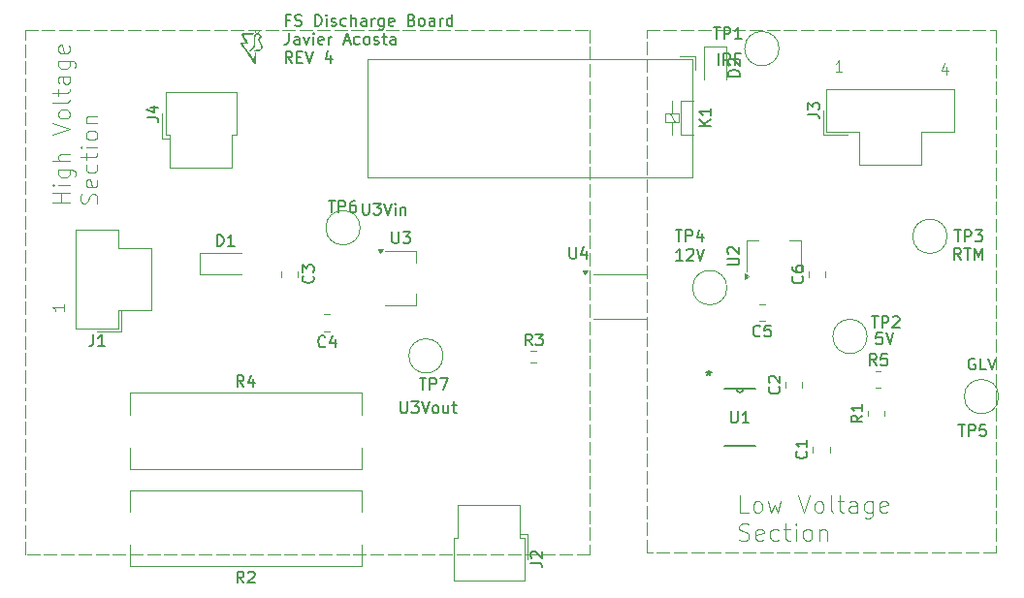
<source format=gbr>
%TF.GenerationSoftware,KiCad,Pcbnew,8.0.5*%
%TF.CreationDate,2025-05-02T16:49:58-07:00*%
%TF.ProjectId,Discharge,44697363-6861-4726-9765-2e6b69636164,rev?*%
%TF.SameCoordinates,Original*%
%TF.FileFunction,Legend,Top*%
%TF.FilePolarity,Positive*%
%FSLAX46Y46*%
G04 Gerber Fmt 4.6, Leading zero omitted, Abs format (unit mm)*
G04 Created by KiCad (PCBNEW 8.0.5) date 2025-05-02 16:49:58*
%MOMM*%
%LPD*%
G01*
G04 APERTURE LIST*
%ADD10C,0.100000*%
%ADD11C,0.150000*%
%ADD12C,0.120000*%
%ADD13C,0.152400*%
%ADD14C,0.000000*%
G04 APERTURE END LIST*
D10*
X106705400Y-67640200D02*
X107805400Y-67640200D01*
X108205400Y-67640200D02*
X109305400Y-67640200D01*
X109705400Y-67640200D02*
X110805400Y-67640200D01*
X111205400Y-67640200D02*
X112305400Y-67640200D01*
X112705400Y-67640200D02*
X113805400Y-67640200D01*
X114205400Y-67640200D02*
X115305400Y-67640200D01*
X115705400Y-67640200D02*
X116805400Y-67640200D01*
X117205400Y-67640200D02*
X118305400Y-67640200D01*
X118705400Y-67640200D02*
X119805400Y-67640200D01*
X120205400Y-67640200D02*
X121305400Y-67640200D01*
X121705400Y-67640200D02*
X122805400Y-67640200D01*
X123205400Y-67640200D02*
X124305400Y-67640200D01*
X124705400Y-67640200D02*
X125805400Y-67640200D01*
X126205400Y-67640200D02*
X127305400Y-67640200D01*
X127705400Y-67640200D02*
X128805400Y-67640200D01*
X129205400Y-67640200D02*
X130305400Y-67640200D01*
X130705400Y-67640200D02*
X131805400Y-67640200D01*
X132205400Y-67640200D02*
X133305400Y-67640200D01*
X133705400Y-67640200D02*
X134805400Y-67640200D01*
X135205400Y-67640200D02*
X136305400Y-67640200D01*
X136705400Y-67640200D02*
X137805400Y-67640200D01*
X138205400Y-67640200D02*
X139305400Y-67640200D01*
X139705400Y-67640200D02*
X140805400Y-67640200D01*
X141205400Y-67640200D02*
X142305400Y-67640200D01*
X142705400Y-67640200D02*
X143805400Y-67640200D01*
X144205400Y-67640200D02*
X145305400Y-67640200D01*
X145705400Y-67640200D02*
X146805400Y-67640200D01*
X147205400Y-67640200D02*
X148305400Y-67640200D01*
X148705400Y-67640200D02*
X149805400Y-67640200D01*
X150205400Y-67640200D02*
X151305400Y-67640200D01*
X151705400Y-67640200D02*
X152805400Y-67640200D01*
X153205400Y-67640200D02*
X154305400Y-67640200D01*
X154705400Y-67640200D02*
X155805400Y-67640200D01*
X155970498Y-67640200D02*
X155970498Y-68740200D01*
X155970498Y-69140200D02*
X155970498Y-70240200D01*
X155970498Y-70640200D02*
X155970498Y-71740200D01*
X155970498Y-72140200D02*
X155970498Y-73240200D01*
X155970498Y-73640200D02*
X155970498Y-74740200D01*
X155970498Y-75140200D02*
X155970498Y-76240200D01*
X155970498Y-76640200D02*
X155970498Y-77740200D01*
X155970498Y-78140200D02*
X155970498Y-79240200D01*
X155970498Y-79640200D02*
X155970498Y-80740200D01*
X155970498Y-81140200D02*
X155970498Y-82240200D01*
X155970498Y-82640200D02*
X155970498Y-83740200D01*
X155970498Y-84140200D02*
X155970498Y-85240200D01*
X155970498Y-85640200D02*
X155970498Y-86740200D01*
X155970498Y-87140200D02*
X155970498Y-88240200D01*
X155970498Y-88640200D02*
X155970498Y-89740200D01*
X155970498Y-90140200D02*
X155970498Y-91240200D01*
X155970498Y-91640200D02*
X155970498Y-92740200D01*
X155970498Y-93140200D02*
X155970498Y-94240200D01*
X155970498Y-94640200D02*
X155970498Y-95740200D01*
X155970498Y-96140200D02*
X155970498Y-97240200D01*
X155970498Y-97640200D02*
X155970498Y-98740200D01*
X155970498Y-99140200D02*
X155970498Y-100240200D01*
X155970498Y-100640200D02*
X155970498Y-101740200D01*
X155970498Y-102140200D02*
X155970498Y-103240200D01*
X155970498Y-103640200D02*
X155970498Y-104740200D01*
X155970498Y-105140200D02*
X155970498Y-106240200D01*
X155970498Y-106640200D02*
X155970498Y-107740200D01*
X155970498Y-108140200D02*
X155970498Y-109240200D01*
X155970498Y-109640200D02*
X155970498Y-110740200D01*
X155970498Y-111140200D02*
X155970498Y-112240200D01*
X155970498Y-112640200D02*
X155970498Y-113497843D01*
X155970498Y-113497843D02*
X154870498Y-113497843D01*
X154470498Y-113497843D02*
X153370498Y-113497843D01*
X152970498Y-113497843D02*
X151870498Y-113497843D01*
X151470498Y-113497843D02*
X150370498Y-113497843D01*
X149970498Y-113497843D02*
X148870498Y-113497843D01*
X148470498Y-113497843D02*
X147370498Y-113497843D01*
X146970498Y-113497843D02*
X145870498Y-113497843D01*
X145470498Y-113497843D02*
X144370498Y-113497843D01*
X143970498Y-113497843D02*
X142870498Y-113497843D01*
X142470498Y-113497843D02*
X141370498Y-113497843D01*
X140970498Y-113497843D02*
X139870498Y-113497843D01*
X139470498Y-113497843D02*
X138370498Y-113497843D01*
X137970498Y-113497843D02*
X136870498Y-113497843D01*
X136470498Y-113497843D02*
X135370498Y-113497843D01*
X134970498Y-113497843D02*
X133870498Y-113497843D01*
X133470498Y-113497843D02*
X132370498Y-113497843D01*
X131970498Y-113497843D02*
X130870498Y-113497843D01*
X130470498Y-113497843D02*
X129370498Y-113497843D01*
X128970498Y-113497843D02*
X127870498Y-113497843D01*
X127470498Y-113497843D02*
X126370498Y-113497843D01*
X125970498Y-113497843D02*
X124870498Y-113497843D01*
X124470498Y-113497843D02*
X123370498Y-113497843D01*
X122970498Y-113497843D02*
X121870498Y-113497843D01*
X121470498Y-113497843D02*
X120370498Y-113497843D01*
X119970498Y-113497843D02*
X118870498Y-113497843D01*
X118470498Y-113497843D02*
X117370498Y-113497843D01*
X116970498Y-113497843D02*
X115870498Y-113497843D01*
X115470498Y-113497843D02*
X114370498Y-113497843D01*
X113970498Y-113497843D02*
X112870498Y-113497843D01*
X112470498Y-113497843D02*
X111370498Y-113497843D01*
X110970498Y-113497843D02*
X109870498Y-113497843D01*
X109470498Y-113497843D02*
X108370498Y-113497843D01*
X107970498Y-113497843D02*
X106870498Y-113497843D01*
X106705400Y-113497843D02*
X106705400Y-112397843D01*
X106705400Y-111997843D02*
X106705400Y-110897843D01*
X106705400Y-110497843D02*
X106705400Y-109397843D01*
X106705400Y-108997843D02*
X106705400Y-107897843D01*
X106705400Y-107497843D02*
X106705400Y-106397843D01*
X106705400Y-105997843D02*
X106705400Y-104897843D01*
X106705400Y-104497843D02*
X106705400Y-103397843D01*
X106705400Y-102997843D02*
X106705400Y-101897843D01*
X106705400Y-101497843D02*
X106705400Y-100397843D01*
X106705400Y-99997843D02*
X106705400Y-98897843D01*
X106705400Y-98497843D02*
X106705400Y-97397843D01*
X106705400Y-96997843D02*
X106705400Y-95897843D01*
X106705400Y-95497843D02*
X106705400Y-94397843D01*
X106705400Y-93997843D02*
X106705400Y-92897843D01*
X106705400Y-92497843D02*
X106705400Y-91397843D01*
X106705400Y-90997843D02*
X106705400Y-89897843D01*
X106705400Y-89497843D02*
X106705400Y-88397843D01*
X106705400Y-87997843D02*
X106705400Y-86897843D01*
X106705400Y-86497843D02*
X106705400Y-85397843D01*
X106705400Y-84997843D02*
X106705400Y-83897843D01*
X106705400Y-83497843D02*
X106705400Y-82397843D01*
X106705400Y-81997843D02*
X106705400Y-80897843D01*
X106705400Y-80497843D02*
X106705400Y-79397843D01*
X106705400Y-78997843D02*
X106705400Y-77897843D01*
X106705400Y-77497843D02*
X106705400Y-76397843D01*
X106705400Y-75997843D02*
X106705400Y-74897843D01*
X106705400Y-74497843D02*
X106705400Y-73397843D01*
X106705400Y-72997843D02*
X106705400Y-71897843D01*
X106705400Y-71497843D02*
X106705400Y-70397843D01*
X106705400Y-69997843D02*
X106705400Y-68897843D01*
X106705400Y-68497843D02*
X106705400Y-67640200D01*
X160970498Y-67687843D02*
X162070498Y-67687843D01*
X162470498Y-67687843D02*
X163570498Y-67687843D01*
X163970498Y-67687843D02*
X165070498Y-67687843D01*
X165470498Y-67687843D02*
X166570498Y-67687843D01*
X166970498Y-67687843D02*
X168070498Y-67687843D01*
X168470498Y-67687843D02*
X169570498Y-67687843D01*
X169970498Y-67687843D02*
X171070498Y-67687843D01*
X171470498Y-67687843D02*
X172570498Y-67687843D01*
X172970498Y-67687843D02*
X174070498Y-67687843D01*
X174470498Y-67687843D02*
X175570498Y-67687843D01*
X175970498Y-67687843D02*
X177070498Y-67687843D01*
X177470498Y-67687843D02*
X178570498Y-67687843D01*
X178970498Y-67687843D02*
X180070498Y-67687843D01*
X180470498Y-67687843D02*
X181570498Y-67687843D01*
X181970498Y-67687843D02*
X183070498Y-67687843D01*
X183470498Y-67687843D02*
X184570498Y-67687843D01*
X184970498Y-67687843D02*
X186070498Y-67687843D01*
X186470498Y-67687843D02*
X187570498Y-67687843D01*
X187970498Y-67687843D02*
X189070498Y-67687843D01*
X189470498Y-67687843D02*
X190570498Y-67687843D01*
X190970498Y-67687843D02*
X191465200Y-67687843D01*
X191465200Y-67687843D02*
X191465200Y-68787843D01*
X191465200Y-69187843D02*
X191465200Y-70287843D01*
X191465200Y-70687843D02*
X191465200Y-71787843D01*
X191465200Y-72187843D02*
X191465200Y-73287843D01*
X191465200Y-73687843D02*
X191465200Y-74787843D01*
X191465200Y-75187843D02*
X191465200Y-76287843D01*
X191465200Y-76687843D02*
X191465200Y-77787843D01*
X191465200Y-78187843D02*
X191465200Y-79287843D01*
X191465200Y-79687843D02*
X191465200Y-80787843D01*
X191465200Y-81187843D02*
X191465200Y-82287843D01*
X191465200Y-82687843D02*
X191465200Y-83787843D01*
X191465200Y-84187843D02*
X191465200Y-85287843D01*
X191465200Y-85687843D02*
X191465200Y-86787843D01*
X191465200Y-87187843D02*
X191465200Y-88287843D01*
X191465200Y-88687843D02*
X191465200Y-89787843D01*
X191465200Y-90187843D02*
X191465200Y-91287843D01*
X191465200Y-91687843D02*
X191465200Y-92787843D01*
X191465200Y-93187843D02*
X191465200Y-94287843D01*
X191465200Y-94687843D02*
X191465200Y-95787843D01*
X191465200Y-96187843D02*
X191465200Y-97287843D01*
X191465200Y-97687843D02*
X191465200Y-98787843D01*
X191465200Y-99187843D02*
X191465200Y-100287843D01*
X191465200Y-100687843D02*
X191465200Y-101787843D01*
X191465200Y-102187843D02*
X191465200Y-103287843D01*
X191465200Y-103687843D02*
X191465200Y-104787843D01*
X191465200Y-105187843D02*
X191465200Y-106287843D01*
X191465200Y-106687843D02*
X191465200Y-107787843D01*
X191465200Y-108187843D02*
X191465200Y-109287843D01*
X191465200Y-109687843D02*
X191465200Y-110787843D01*
X191465200Y-111187843D02*
X191465200Y-112287843D01*
X191465200Y-112687843D02*
X191465200Y-113309400D01*
X191465200Y-113309400D02*
X190365200Y-113309400D01*
X189965200Y-113309400D02*
X188865200Y-113309400D01*
X188465200Y-113309400D02*
X187365200Y-113309400D01*
X186965200Y-113309400D02*
X185865200Y-113309400D01*
X185465200Y-113309400D02*
X184365200Y-113309400D01*
X183965200Y-113309400D02*
X182865200Y-113309400D01*
X182465200Y-113309400D02*
X181365200Y-113309400D01*
X180965200Y-113309400D02*
X179865200Y-113309400D01*
X179465200Y-113309400D02*
X178365200Y-113309400D01*
X177965200Y-113309400D02*
X176865200Y-113309400D01*
X176465200Y-113309400D02*
X175365200Y-113309400D01*
X174965200Y-113309400D02*
X173865200Y-113309400D01*
X173465200Y-113309400D02*
X172365200Y-113309400D01*
X171965200Y-113309400D02*
X170865200Y-113309400D01*
X170465200Y-113309400D02*
X169365200Y-113309400D01*
X168965200Y-113309400D02*
X167865200Y-113309400D01*
X167465200Y-113309400D02*
X166365200Y-113309400D01*
X165965200Y-113309400D02*
X164865200Y-113309400D01*
X164465200Y-113309400D02*
X163365200Y-113309400D01*
X162965200Y-113309400D02*
X161865200Y-113309400D01*
X161465200Y-113309400D02*
X160970498Y-113309400D01*
X160970498Y-113309400D02*
X160970498Y-112209400D01*
X160970498Y-111809400D02*
X160970498Y-110709400D01*
X160970498Y-110309400D02*
X160970498Y-109209400D01*
X160970498Y-108809400D02*
X160970498Y-107709400D01*
X160970498Y-107309400D02*
X160970498Y-106209400D01*
X160970498Y-105809400D02*
X160970498Y-104709400D01*
X160970498Y-104309400D02*
X160970498Y-103209400D01*
X160970498Y-102809400D02*
X160970498Y-101709400D01*
X160970498Y-101309400D02*
X160970498Y-100209400D01*
X160970498Y-99809400D02*
X160970498Y-98709400D01*
X160970498Y-98309400D02*
X160970498Y-97209400D01*
X160970498Y-96809400D02*
X160970498Y-95709400D01*
X160970498Y-95309400D02*
X160970498Y-94209400D01*
X160970498Y-93809400D02*
X160970498Y-92709400D01*
X160970498Y-92309400D02*
X160970498Y-91209400D01*
X160970498Y-90809400D02*
X160970498Y-89709400D01*
X160970498Y-89309400D02*
X160970498Y-88209400D01*
X160970498Y-87809400D02*
X160970498Y-86709400D01*
X160970498Y-86309400D02*
X160970498Y-85209400D01*
X160970498Y-84809400D02*
X160970498Y-83709400D01*
X160970498Y-83309400D02*
X160970498Y-82209400D01*
X160970498Y-81809400D02*
X160970498Y-80709400D01*
X160970498Y-80309400D02*
X160970498Y-79209400D01*
X160970498Y-78809400D02*
X160970498Y-77709400D01*
X160970498Y-77309400D02*
X160970498Y-76209400D01*
X160970498Y-75809400D02*
X160970498Y-74709400D01*
X160970498Y-74309400D02*
X160970498Y-73209400D01*
X160970498Y-72809400D02*
X160970498Y-71709400D01*
X160970498Y-71309400D02*
X160970498Y-70209400D01*
X160970498Y-69809400D02*
X160970498Y-68709400D01*
X160970498Y-68309400D02*
X160970498Y-67687843D01*
D11*
X136189546Y-82802662D02*
X136189546Y-83612185D01*
X136189546Y-83612185D02*
X136237165Y-83707423D01*
X136237165Y-83707423D02*
X136284784Y-83755043D01*
X136284784Y-83755043D02*
X136380022Y-83802662D01*
X136380022Y-83802662D02*
X136570498Y-83802662D01*
X136570498Y-83802662D02*
X136665736Y-83755043D01*
X136665736Y-83755043D02*
X136713355Y-83707423D01*
X136713355Y-83707423D02*
X136760974Y-83612185D01*
X136760974Y-83612185D02*
X136760974Y-82802662D01*
X137141927Y-82802662D02*
X137760974Y-82802662D01*
X137760974Y-82802662D02*
X137427641Y-83183614D01*
X137427641Y-83183614D02*
X137570498Y-83183614D01*
X137570498Y-83183614D02*
X137665736Y-83231233D01*
X137665736Y-83231233D02*
X137713355Y-83278852D01*
X137713355Y-83278852D02*
X137760974Y-83374090D01*
X137760974Y-83374090D02*
X137760974Y-83612185D01*
X137760974Y-83612185D02*
X137713355Y-83707423D01*
X137713355Y-83707423D02*
X137665736Y-83755043D01*
X137665736Y-83755043D02*
X137570498Y-83802662D01*
X137570498Y-83802662D02*
X137284784Y-83802662D01*
X137284784Y-83802662D02*
X137189546Y-83755043D01*
X137189546Y-83755043D02*
X137141927Y-83707423D01*
X138046689Y-82802662D02*
X138380022Y-83802662D01*
X138380022Y-83802662D02*
X138713355Y-82802662D01*
X139046689Y-83802662D02*
X139046689Y-83135995D01*
X139046689Y-82802662D02*
X138999070Y-82850281D01*
X138999070Y-82850281D02*
X139046689Y-82897900D01*
X139046689Y-82897900D02*
X139094308Y-82850281D01*
X139094308Y-82850281D02*
X139046689Y-82802662D01*
X139046689Y-82802662D02*
X139046689Y-82897900D01*
X139522879Y-83135995D02*
X139522879Y-83802662D01*
X139522879Y-83231233D02*
X139570498Y-83183614D01*
X139570498Y-83183614D02*
X139665736Y-83135995D01*
X139665736Y-83135995D02*
X139808593Y-83135995D01*
X139808593Y-83135995D02*
X139903831Y-83183614D01*
X139903831Y-83183614D02*
X139951450Y-83278852D01*
X139951450Y-83278852D02*
X139951450Y-83802662D01*
D10*
X110092917Y-91610149D02*
X110092917Y-92181577D01*
X110092917Y-91895863D02*
X109092917Y-91895863D01*
X109092917Y-91895863D02*
X109235774Y-91991101D01*
X109235774Y-91991101D02*
X109331012Y-92086339D01*
X109331012Y-92086339D02*
X109378631Y-92181577D01*
D11*
X129803712Y-66788921D02*
X129470379Y-66788921D01*
X129470379Y-67312731D02*
X129470379Y-66312731D01*
X129470379Y-66312731D02*
X129946569Y-66312731D01*
X130279903Y-67265112D02*
X130422760Y-67312731D01*
X130422760Y-67312731D02*
X130660855Y-67312731D01*
X130660855Y-67312731D02*
X130756093Y-67265112D01*
X130756093Y-67265112D02*
X130803712Y-67217492D01*
X130803712Y-67217492D02*
X130851331Y-67122254D01*
X130851331Y-67122254D02*
X130851331Y-67027016D01*
X130851331Y-67027016D02*
X130803712Y-66931778D01*
X130803712Y-66931778D02*
X130756093Y-66884159D01*
X130756093Y-66884159D02*
X130660855Y-66836540D01*
X130660855Y-66836540D02*
X130470379Y-66788921D01*
X130470379Y-66788921D02*
X130375141Y-66741302D01*
X130375141Y-66741302D02*
X130327522Y-66693683D01*
X130327522Y-66693683D02*
X130279903Y-66598445D01*
X130279903Y-66598445D02*
X130279903Y-66503207D01*
X130279903Y-66503207D02*
X130327522Y-66407969D01*
X130327522Y-66407969D02*
X130375141Y-66360350D01*
X130375141Y-66360350D02*
X130470379Y-66312731D01*
X130470379Y-66312731D02*
X130708474Y-66312731D01*
X130708474Y-66312731D02*
X130851331Y-66360350D01*
X132041808Y-67312731D02*
X132041808Y-66312731D01*
X132041808Y-66312731D02*
X132279903Y-66312731D01*
X132279903Y-66312731D02*
X132422760Y-66360350D01*
X132422760Y-66360350D02*
X132517998Y-66455588D01*
X132517998Y-66455588D02*
X132565617Y-66550826D01*
X132565617Y-66550826D02*
X132613236Y-66741302D01*
X132613236Y-66741302D02*
X132613236Y-66884159D01*
X132613236Y-66884159D02*
X132565617Y-67074635D01*
X132565617Y-67074635D02*
X132517998Y-67169873D01*
X132517998Y-67169873D02*
X132422760Y-67265112D01*
X132422760Y-67265112D02*
X132279903Y-67312731D01*
X132279903Y-67312731D02*
X132041808Y-67312731D01*
X133041808Y-67312731D02*
X133041808Y-66646064D01*
X133041808Y-66312731D02*
X132994189Y-66360350D01*
X132994189Y-66360350D02*
X133041808Y-66407969D01*
X133041808Y-66407969D02*
X133089427Y-66360350D01*
X133089427Y-66360350D02*
X133041808Y-66312731D01*
X133041808Y-66312731D02*
X133041808Y-66407969D01*
X133470379Y-67265112D02*
X133565617Y-67312731D01*
X133565617Y-67312731D02*
X133756093Y-67312731D01*
X133756093Y-67312731D02*
X133851331Y-67265112D01*
X133851331Y-67265112D02*
X133898950Y-67169873D01*
X133898950Y-67169873D02*
X133898950Y-67122254D01*
X133898950Y-67122254D02*
X133851331Y-67027016D01*
X133851331Y-67027016D02*
X133756093Y-66979397D01*
X133756093Y-66979397D02*
X133613236Y-66979397D01*
X133613236Y-66979397D02*
X133517998Y-66931778D01*
X133517998Y-66931778D02*
X133470379Y-66836540D01*
X133470379Y-66836540D02*
X133470379Y-66788921D01*
X133470379Y-66788921D02*
X133517998Y-66693683D01*
X133517998Y-66693683D02*
X133613236Y-66646064D01*
X133613236Y-66646064D02*
X133756093Y-66646064D01*
X133756093Y-66646064D02*
X133851331Y-66693683D01*
X134756093Y-67265112D02*
X134660855Y-67312731D01*
X134660855Y-67312731D02*
X134470379Y-67312731D01*
X134470379Y-67312731D02*
X134375141Y-67265112D01*
X134375141Y-67265112D02*
X134327522Y-67217492D01*
X134327522Y-67217492D02*
X134279903Y-67122254D01*
X134279903Y-67122254D02*
X134279903Y-66836540D01*
X134279903Y-66836540D02*
X134327522Y-66741302D01*
X134327522Y-66741302D02*
X134375141Y-66693683D01*
X134375141Y-66693683D02*
X134470379Y-66646064D01*
X134470379Y-66646064D02*
X134660855Y-66646064D01*
X134660855Y-66646064D02*
X134756093Y-66693683D01*
X135184665Y-67312731D02*
X135184665Y-66312731D01*
X135613236Y-67312731D02*
X135613236Y-66788921D01*
X135613236Y-66788921D02*
X135565617Y-66693683D01*
X135565617Y-66693683D02*
X135470379Y-66646064D01*
X135470379Y-66646064D02*
X135327522Y-66646064D01*
X135327522Y-66646064D02*
X135232284Y-66693683D01*
X135232284Y-66693683D02*
X135184665Y-66741302D01*
X136517998Y-67312731D02*
X136517998Y-66788921D01*
X136517998Y-66788921D02*
X136470379Y-66693683D01*
X136470379Y-66693683D02*
X136375141Y-66646064D01*
X136375141Y-66646064D02*
X136184665Y-66646064D01*
X136184665Y-66646064D02*
X136089427Y-66693683D01*
X136517998Y-67265112D02*
X136422760Y-67312731D01*
X136422760Y-67312731D02*
X136184665Y-67312731D01*
X136184665Y-67312731D02*
X136089427Y-67265112D01*
X136089427Y-67265112D02*
X136041808Y-67169873D01*
X136041808Y-67169873D02*
X136041808Y-67074635D01*
X136041808Y-67074635D02*
X136089427Y-66979397D01*
X136089427Y-66979397D02*
X136184665Y-66931778D01*
X136184665Y-66931778D02*
X136422760Y-66931778D01*
X136422760Y-66931778D02*
X136517998Y-66884159D01*
X136994189Y-67312731D02*
X136994189Y-66646064D01*
X136994189Y-66836540D02*
X137041808Y-66741302D01*
X137041808Y-66741302D02*
X137089427Y-66693683D01*
X137089427Y-66693683D02*
X137184665Y-66646064D01*
X137184665Y-66646064D02*
X137279903Y-66646064D01*
X138041808Y-66646064D02*
X138041808Y-67455588D01*
X138041808Y-67455588D02*
X137994189Y-67550826D01*
X137994189Y-67550826D02*
X137946570Y-67598445D01*
X137946570Y-67598445D02*
X137851332Y-67646064D01*
X137851332Y-67646064D02*
X137708475Y-67646064D01*
X137708475Y-67646064D02*
X137613237Y-67598445D01*
X138041808Y-67265112D02*
X137946570Y-67312731D01*
X137946570Y-67312731D02*
X137756094Y-67312731D01*
X137756094Y-67312731D02*
X137660856Y-67265112D01*
X137660856Y-67265112D02*
X137613237Y-67217492D01*
X137613237Y-67217492D02*
X137565618Y-67122254D01*
X137565618Y-67122254D02*
X137565618Y-66836540D01*
X137565618Y-66836540D02*
X137613237Y-66741302D01*
X137613237Y-66741302D02*
X137660856Y-66693683D01*
X137660856Y-66693683D02*
X137756094Y-66646064D01*
X137756094Y-66646064D02*
X137946570Y-66646064D01*
X137946570Y-66646064D02*
X138041808Y-66693683D01*
X138898951Y-67265112D02*
X138803713Y-67312731D01*
X138803713Y-67312731D02*
X138613237Y-67312731D01*
X138613237Y-67312731D02*
X138517999Y-67265112D01*
X138517999Y-67265112D02*
X138470380Y-67169873D01*
X138470380Y-67169873D02*
X138470380Y-66788921D01*
X138470380Y-66788921D02*
X138517999Y-66693683D01*
X138517999Y-66693683D02*
X138613237Y-66646064D01*
X138613237Y-66646064D02*
X138803713Y-66646064D01*
X138803713Y-66646064D02*
X138898951Y-66693683D01*
X138898951Y-66693683D02*
X138946570Y-66788921D01*
X138946570Y-66788921D02*
X138946570Y-66884159D01*
X138946570Y-66884159D02*
X138470380Y-66979397D01*
X140470380Y-66788921D02*
X140613237Y-66836540D01*
X140613237Y-66836540D02*
X140660856Y-66884159D01*
X140660856Y-66884159D02*
X140708475Y-66979397D01*
X140708475Y-66979397D02*
X140708475Y-67122254D01*
X140708475Y-67122254D02*
X140660856Y-67217492D01*
X140660856Y-67217492D02*
X140613237Y-67265112D01*
X140613237Y-67265112D02*
X140517999Y-67312731D01*
X140517999Y-67312731D02*
X140137047Y-67312731D01*
X140137047Y-67312731D02*
X140137047Y-66312731D01*
X140137047Y-66312731D02*
X140470380Y-66312731D01*
X140470380Y-66312731D02*
X140565618Y-66360350D01*
X140565618Y-66360350D02*
X140613237Y-66407969D01*
X140613237Y-66407969D02*
X140660856Y-66503207D01*
X140660856Y-66503207D02*
X140660856Y-66598445D01*
X140660856Y-66598445D02*
X140613237Y-66693683D01*
X140613237Y-66693683D02*
X140565618Y-66741302D01*
X140565618Y-66741302D02*
X140470380Y-66788921D01*
X140470380Y-66788921D02*
X140137047Y-66788921D01*
X141279904Y-67312731D02*
X141184666Y-67265112D01*
X141184666Y-67265112D02*
X141137047Y-67217492D01*
X141137047Y-67217492D02*
X141089428Y-67122254D01*
X141089428Y-67122254D02*
X141089428Y-66836540D01*
X141089428Y-66836540D02*
X141137047Y-66741302D01*
X141137047Y-66741302D02*
X141184666Y-66693683D01*
X141184666Y-66693683D02*
X141279904Y-66646064D01*
X141279904Y-66646064D02*
X141422761Y-66646064D01*
X141422761Y-66646064D02*
X141517999Y-66693683D01*
X141517999Y-66693683D02*
X141565618Y-66741302D01*
X141565618Y-66741302D02*
X141613237Y-66836540D01*
X141613237Y-66836540D02*
X141613237Y-67122254D01*
X141613237Y-67122254D02*
X141565618Y-67217492D01*
X141565618Y-67217492D02*
X141517999Y-67265112D01*
X141517999Y-67265112D02*
X141422761Y-67312731D01*
X141422761Y-67312731D02*
X141279904Y-67312731D01*
X142470380Y-67312731D02*
X142470380Y-66788921D01*
X142470380Y-66788921D02*
X142422761Y-66693683D01*
X142422761Y-66693683D02*
X142327523Y-66646064D01*
X142327523Y-66646064D02*
X142137047Y-66646064D01*
X142137047Y-66646064D02*
X142041809Y-66693683D01*
X142470380Y-67265112D02*
X142375142Y-67312731D01*
X142375142Y-67312731D02*
X142137047Y-67312731D01*
X142137047Y-67312731D02*
X142041809Y-67265112D01*
X142041809Y-67265112D02*
X141994190Y-67169873D01*
X141994190Y-67169873D02*
X141994190Y-67074635D01*
X141994190Y-67074635D02*
X142041809Y-66979397D01*
X142041809Y-66979397D02*
X142137047Y-66931778D01*
X142137047Y-66931778D02*
X142375142Y-66931778D01*
X142375142Y-66931778D02*
X142470380Y-66884159D01*
X142946571Y-67312731D02*
X142946571Y-66646064D01*
X142946571Y-66836540D02*
X142994190Y-66741302D01*
X142994190Y-66741302D02*
X143041809Y-66693683D01*
X143041809Y-66693683D02*
X143137047Y-66646064D01*
X143137047Y-66646064D02*
X143232285Y-66646064D01*
X143994190Y-67312731D02*
X143994190Y-66312731D01*
X143994190Y-67265112D02*
X143898952Y-67312731D01*
X143898952Y-67312731D02*
X143708476Y-67312731D01*
X143708476Y-67312731D02*
X143613238Y-67265112D01*
X143613238Y-67265112D02*
X143565619Y-67217492D01*
X143565619Y-67217492D02*
X143518000Y-67122254D01*
X143518000Y-67122254D02*
X143518000Y-66836540D01*
X143518000Y-66836540D02*
X143565619Y-66741302D01*
X143565619Y-66741302D02*
X143613238Y-66693683D01*
X143613238Y-66693683D02*
X143708476Y-66646064D01*
X143708476Y-66646064D02*
X143898952Y-66646064D01*
X143898952Y-66646064D02*
X143994190Y-66693683D01*
X129756093Y-67922675D02*
X129756093Y-68636960D01*
X129756093Y-68636960D02*
X129708474Y-68779817D01*
X129708474Y-68779817D02*
X129613236Y-68875056D01*
X129613236Y-68875056D02*
X129470379Y-68922675D01*
X129470379Y-68922675D02*
X129375141Y-68922675D01*
X130660855Y-68922675D02*
X130660855Y-68398865D01*
X130660855Y-68398865D02*
X130613236Y-68303627D01*
X130613236Y-68303627D02*
X130517998Y-68256008D01*
X130517998Y-68256008D02*
X130327522Y-68256008D01*
X130327522Y-68256008D02*
X130232284Y-68303627D01*
X130660855Y-68875056D02*
X130565617Y-68922675D01*
X130565617Y-68922675D02*
X130327522Y-68922675D01*
X130327522Y-68922675D02*
X130232284Y-68875056D01*
X130232284Y-68875056D02*
X130184665Y-68779817D01*
X130184665Y-68779817D02*
X130184665Y-68684579D01*
X130184665Y-68684579D02*
X130232284Y-68589341D01*
X130232284Y-68589341D02*
X130327522Y-68541722D01*
X130327522Y-68541722D02*
X130565617Y-68541722D01*
X130565617Y-68541722D02*
X130660855Y-68494103D01*
X131041808Y-68256008D02*
X131279903Y-68922675D01*
X131279903Y-68922675D02*
X131517998Y-68256008D01*
X131898951Y-68922675D02*
X131898951Y-68256008D01*
X131898951Y-67922675D02*
X131851332Y-67970294D01*
X131851332Y-67970294D02*
X131898951Y-68017913D01*
X131898951Y-68017913D02*
X131946570Y-67970294D01*
X131946570Y-67970294D02*
X131898951Y-67922675D01*
X131898951Y-67922675D02*
X131898951Y-68017913D01*
X132756093Y-68875056D02*
X132660855Y-68922675D01*
X132660855Y-68922675D02*
X132470379Y-68922675D01*
X132470379Y-68922675D02*
X132375141Y-68875056D01*
X132375141Y-68875056D02*
X132327522Y-68779817D01*
X132327522Y-68779817D02*
X132327522Y-68398865D01*
X132327522Y-68398865D02*
X132375141Y-68303627D01*
X132375141Y-68303627D02*
X132470379Y-68256008D01*
X132470379Y-68256008D02*
X132660855Y-68256008D01*
X132660855Y-68256008D02*
X132756093Y-68303627D01*
X132756093Y-68303627D02*
X132803712Y-68398865D01*
X132803712Y-68398865D02*
X132803712Y-68494103D01*
X132803712Y-68494103D02*
X132327522Y-68589341D01*
X133232284Y-68922675D02*
X133232284Y-68256008D01*
X133232284Y-68446484D02*
X133279903Y-68351246D01*
X133279903Y-68351246D02*
X133327522Y-68303627D01*
X133327522Y-68303627D02*
X133422760Y-68256008D01*
X133422760Y-68256008D02*
X133517998Y-68256008D01*
X134565618Y-68636960D02*
X135041808Y-68636960D01*
X134470380Y-68922675D02*
X134803713Y-67922675D01*
X134803713Y-67922675D02*
X135137046Y-68922675D01*
X135898951Y-68875056D02*
X135803713Y-68922675D01*
X135803713Y-68922675D02*
X135613237Y-68922675D01*
X135613237Y-68922675D02*
X135517999Y-68875056D01*
X135517999Y-68875056D02*
X135470380Y-68827436D01*
X135470380Y-68827436D02*
X135422761Y-68732198D01*
X135422761Y-68732198D02*
X135422761Y-68446484D01*
X135422761Y-68446484D02*
X135470380Y-68351246D01*
X135470380Y-68351246D02*
X135517999Y-68303627D01*
X135517999Y-68303627D02*
X135613237Y-68256008D01*
X135613237Y-68256008D02*
X135803713Y-68256008D01*
X135803713Y-68256008D02*
X135898951Y-68303627D01*
X136470380Y-68922675D02*
X136375142Y-68875056D01*
X136375142Y-68875056D02*
X136327523Y-68827436D01*
X136327523Y-68827436D02*
X136279904Y-68732198D01*
X136279904Y-68732198D02*
X136279904Y-68446484D01*
X136279904Y-68446484D02*
X136327523Y-68351246D01*
X136327523Y-68351246D02*
X136375142Y-68303627D01*
X136375142Y-68303627D02*
X136470380Y-68256008D01*
X136470380Y-68256008D02*
X136613237Y-68256008D01*
X136613237Y-68256008D02*
X136708475Y-68303627D01*
X136708475Y-68303627D02*
X136756094Y-68351246D01*
X136756094Y-68351246D02*
X136803713Y-68446484D01*
X136803713Y-68446484D02*
X136803713Y-68732198D01*
X136803713Y-68732198D02*
X136756094Y-68827436D01*
X136756094Y-68827436D02*
X136708475Y-68875056D01*
X136708475Y-68875056D02*
X136613237Y-68922675D01*
X136613237Y-68922675D02*
X136470380Y-68922675D01*
X137184666Y-68875056D02*
X137279904Y-68922675D01*
X137279904Y-68922675D02*
X137470380Y-68922675D01*
X137470380Y-68922675D02*
X137565618Y-68875056D01*
X137565618Y-68875056D02*
X137613237Y-68779817D01*
X137613237Y-68779817D02*
X137613237Y-68732198D01*
X137613237Y-68732198D02*
X137565618Y-68636960D01*
X137565618Y-68636960D02*
X137470380Y-68589341D01*
X137470380Y-68589341D02*
X137327523Y-68589341D01*
X137327523Y-68589341D02*
X137232285Y-68541722D01*
X137232285Y-68541722D02*
X137184666Y-68446484D01*
X137184666Y-68446484D02*
X137184666Y-68398865D01*
X137184666Y-68398865D02*
X137232285Y-68303627D01*
X137232285Y-68303627D02*
X137327523Y-68256008D01*
X137327523Y-68256008D02*
X137470380Y-68256008D01*
X137470380Y-68256008D02*
X137565618Y-68303627D01*
X137898952Y-68256008D02*
X138279904Y-68256008D01*
X138041809Y-67922675D02*
X138041809Y-68779817D01*
X138041809Y-68779817D02*
X138089428Y-68875056D01*
X138089428Y-68875056D02*
X138184666Y-68922675D01*
X138184666Y-68922675D02*
X138279904Y-68922675D01*
X139041809Y-68922675D02*
X139041809Y-68398865D01*
X139041809Y-68398865D02*
X138994190Y-68303627D01*
X138994190Y-68303627D02*
X138898952Y-68256008D01*
X138898952Y-68256008D02*
X138708476Y-68256008D01*
X138708476Y-68256008D02*
X138613238Y-68303627D01*
X139041809Y-68875056D02*
X138946571Y-68922675D01*
X138946571Y-68922675D02*
X138708476Y-68922675D01*
X138708476Y-68922675D02*
X138613238Y-68875056D01*
X138613238Y-68875056D02*
X138565619Y-68779817D01*
X138565619Y-68779817D02*
X138565619Y-68684579D01*
X138565619Y-68684579D02*
X138613238Y-68589341D01*
X138613238Y-68589341D02*
X138708476Y-68541722D01*
X138708476Y-68541722D02*
X138946571Y-68541722D01*
X138946571Y-68541722D02*
X139041809Y-68494103D01*
X130041807Y-70532619D02*
X129708474Y-70056428D01*
X129470379Y-70532619D02*
X129470379Y-69532619D01*
X129470379Y-69532619D02*
X129851331Y-69532619D01*
X129851331Y-69532619D02*
X129946569Y-69580238D01*
X129946569Y-69580238D02*
X129994188Y-69627857D01*
X129994188Y-69627857D02*
X130041807Y-69723095D01*
X130041807Y-69723095D02*
X130041807Y-69865952D01*
X130041807Y-69865952D02*
X129994188Y-69961190D01*
X129994188Y-69961190D02*
X129946569Y-70008809D01*
X129946569Y-70008809D02*
X129851331Y-70056428D01*
X129851331Y-70056428D02*
X129470379Y-70056428D01*
X130470379Y-70008809D02*
X130803712Y-70008809D01*
X130946569Y-70532619D02*
X130470379Y-70532619D01*
X130470379Y-70532619D02*
X130470379Y-69532619D01*
X130470379Y-69532619D02*
X130946569Y-69532619D01*
X131232284Y-69532619D02*
X131565617Y-70532619D01*
X131565617Y-70532619D02*
X131898950Y-69532619D01*
X133422760Y-69865952D02*
X133422760Y-70532619D01*
X133184665Y-69485000D02*
X132946570Y-70199285D01*
X132946570Y-70199285D02*
X133565617Y-70199285D01*
D10*
X178048191Y-71310262D02*
X177476763Y-71310262D01*
X177762477Y-71310262D02*
X177762477Y-70310262D01*
X177762477Y-70310262D02*
X177667239Y-70453119D01*
X177667239Y-70453119D02*
X177572001Y-70548357D01*
X177572001Y-70548357D02*
X177476763Y-70595976D01*
X187202953Y-70893595D02*
X187202953Y-71560262D01*
X186964858Y-70512643D02*
X186726763Y-71226928D01*
X186726763Y-71226928D02*
X187345810Y-71226928D01*
D11*
X139489545Y-100132662D02*
X139489545Y-100942185D01*
X139489545Y-100942185D02*
X139537164Y-101037423D01*
X139537164Y-101037423D02*
X139584783Y-101085043D01*
X139584783Y-101085043D02*
X139680021Y-101132662D01*
X139680021Y-101132662D02*
X139870497Y-101132662D01*
X139870497Y-101132662D02*
X139965735Y-101085043D01*
X139965735Y-101085043D02*
X140013354Y-101037423D01*
X140013354Y-101037423D02*
X140060973Y-100942185D01*
X140060973Y-100942185D02*
X140060973Y-100132662D01*
X140441926Y-100132662D02*
X141060973Y-100132662D01*
X141060973Y-100132662D02*
X140727640Y-100513614D01*
X140727640Y-100513614D02*
X140870497Y-100513614D01*
X140870497Y-100513614D02*
X140965735Y-100561233D01*
X140965735Y-100561233D02*
X141013354Y-100608852D01*
X141013354Y-100608852D02*
X141060973Y-100704090D01*
X141060973Y-100704090D02*
X141060973Y-100942185D01*
X141060973Y-100942185D02*
X141013354Y-101037423D01*
X141013354Y-101037423D02*
X140965735Y-101085043D01*
X140965735Y-101085043D02*
X140870497Y-101132662D01*
X140870497Y-101132662D02*
X140584783Y-101132662D01*
X140584783Y-101132662D02*
X140489545Y-101085043D01*
X140489545Y-101085043D02*
X140441926Y-101037423D01*
X141346688Y-100132662D02*
X141680021Y-101132662D01*
X141680021Y-101132662D02*
X142013354Y-100132662D01*
X142489545Y-101132662D02*
X142394307Y-101085043D01*
X142394307Y-101085043D02*
X142346688Y-101037423D01*
X142346688Y-101037423D02*
X142299069Y-100942185D01*
X142299069Y-100942185D02*
X142299069Y-100656471D01*
X142299069Y-100656471D02*
X142346688Y-100561233D01*
X142346688Y-100561233D02*
X142394307Y-100513614D01*
X142394307Y-100513614D02*
X142489545Y-100465995D01*
X142489545Y-100465995D02*
X142632402Y-100465995D01*
X142632402Y-100465995D02*
X142727640Y-100513614D01*
X142727640Y-100513614D02*
X142775259Y-100561233D01*
X142775259Y-100561233D02*
X142822878Y-100656471D01*
X142822878Y-100656471D02*
X142822878Y-100942185D01*
X142822878Y-100942185D02*
X142775259Y-101037423D01*
X142775259Y-101037423D02*
X142727640Y-101085043D01*
X142727640Y-101085043D02*
X142632402Y-101132662D01*
X142632402Y-101132662D02*
X142489545Y-101132662D01*
X143680021Y-100465995D02*
X143680021Y-101132662D01*
X143251450Y-100465995D02*
X143251450Y-100989804D01*
X143251450Y-100989804D02*
X143299069Y-101085043D01*
X143299069Y-101085043D02*
X143394307Y-101132662D01*
X143394307Y-101132662D02*
X143537164Y-101132662D01*
X143537164Y-101132662D02*
X143632402Y-101085043D01*
X143632402Y-101085043D02*
X143680021Y-101037423D01*
X144013355Y-100465995D02*
X144394307Y-100465995D01*
X144156212Y-100132662D02*
X144156212Y-100989804D01*
X144156212Y-100989804D02*
X144203831Y-101085043D01*
X144203831Y-101085043D02*
X144299069Y-101132662D01*
X144299069Y-101132662D02*
X144394307Y-101132662D01*
D10*
X169857715Y-109834155D02*
X169143429Y-109834155D01*
X169143429Y-109834155D02*
X169143429Y-108334155D01*
X170572001Y-109834155D02*
X170429144Y-109762727D01*
X170429144Y-109762727D02*
X170357715Y-109691298D01*
X170357715Y-109691298D02*
X170286287Y-109548441D01*
X170286287Y-109548441D02*
X170286287Y-109119869D01*
X170286287Y-109119869D02*
X170357715Y-108977012D01*
X170357715Y-108977012D02*
X170429144Y-108905584D01*
X170429144Y-108905584D02*
X170572001Y-108834155D01*
X170572001Y-108834155D02*
X170786287Y-108834155D01*
X170786287Y-108834155D02*
X170929144Y-108905584D01*
X170929144Y-108905584D02*
X171000573Y-108977012D01*
X171000573Y-108977012D02*
X171072001Y-109119869D01*
X171072001Y-109119869D02*
X171072001Y-109548441D01*
X171072001Y-109548441D02*
X171000573Y-109691298D01*
X171000573Y-109691298D02*
X170929144Y-109762727D01*
X170929144Y-109762727D02*
X170786287Y-109834155D01*
X170786287Y-109834155D02*
X170572001Y-109834155D01*
X171572001Y-108834155D02*
X171857716Y-109834155D01*
X171857716Y-109834155D02*
X172143430Y-109119869D01*
X172143430Y-109119869D02*
X172429144Y-109834155D01*
X172429144Y-109834155D02*
X172714858Y-108834155D01*
X174214859Y-108334155D02*
X174714859Y-109834155D01*
X174714859Y-109834155D02*
X175214859Y-108334155D01*
X175929144Y-109834155D02*
X175786287Y-109762727D01*
X175786287Y-109762727D02*
X175714858Y-109691298D01*
X175714858Y-109691298D02*
X175643430Y-109548441D01*
X175643430Y-109548441D02*
X175643430Y-109119869D01*
X175643430Y-109119869D02*
X175714858Y-108977012D01*
X175714858Y-108977012D02*
X175786287Y-108905584D01*
X175786287Y-108905584D02*
X175929144Y-108834155D01*
X175929144Y-108834155D02*
X176143430Y-108834155D01*
X176143430Y-108834155D02*
X176286287Y-108905584D01*
X176286287Y-108905584D02*
X176357716Y-108977012D01*
X176357716Y-108977012D02*
X176429144Y-109119869D01*
X176429144Y-109119869D02*
X176429144Y-109548441D01*
X176429144Y-109548441D02*
X176357716Y-109691298D01*
X176357716Y-109691298D02*
X176286287Y-109762727D01*
X176286287Y-109762727D02*
X176143430Y-109834155D01*
X176143430Y-109834155D02*
X175929144Y-109834155D01*
X177286287Y-109834155D02*
X177143430Y-109762727D01*
X177143430Y-109762727D02*
X177072001Y-109619869D01*
X177072001Y-109619869D02*
X177072001Y-108334155D01*
X177643430Y-108834155D02*
X178214858Y-108834155D01*
X177857715Y-108334155D02*
X177857715Y-109619869D01*
X177857715Y-109619869D02*
X177929144Y-109762727D01*
X177929144Y-109762727D02*
X178072001Y-109834155D01*
X178072001Y-109834155D02*
X178214858Y-109834155D01*
X179357716Y-109834155D02*
X179357716Y-109048441D01*
X179357716Y-109048441D02*
X179286287Y-108905584D01*
X179286287Y-108905584D02*
X179143430Y-108834155D01*
X179143430Y-108834155D02*
X178857716Y-108834155D01*
X178857716Y-108834155D02*
X178714858Y-108905584D01*
X179357716Y-109762727D02*
X179214858Y-109834155D01*
X179214858Y-109834155D02*
X178857716Y-109834155D01*
X178857716Y-109834155D02*
X178714858Y-109762727D01*
X178714858Y-109762727D02*
X178643430Y-109619869D01*
X178643430Y-109619869D02*
X178643430Y-109477012D01*
X178643430Y-109477012D02*
X178714858Y-109334155D01*
X178714858Y-109334155D02*
X178857716Y-109262727D01*
X178857716Y-109262727D02*
X179214858Y-109262727D01*
X179214858Y-109262727D02*
X179357716Y-109191298D01*
X180714859Y-108834155D02*
X180714859Y-110048441D01*
X180714859Y-110048441D02*
X180643430Y-110191298D01*
X180643430Y-110191298D02*
X180572001Y-110262727D01*
X180572001Y-110262727D02*
X180429144Y-110334155D01*
X180429144Y-110334155D02*
X180214859Y-110334155D01*
X180214859Y-110334155D02*
X180072001Y-110262727D01*
X180714859Y-109762727D02*
X180572001Y-109834155D01*
X180572001Y-109834155D02*
X180286287Y-109834155D01*
X180286287Y-109834155D02*
X180143430Y-109762727D01*
X180143430Y-109762727D02*
X180072001Y-109691298D01*
X180072001Y-109691298D02*
X180000573Y-109548441D01*
X180000573Y-109548441D02*
X180000573Y-109119869D01*
X180000573Y-109119869D02*
X180072001Y-108977012D01*
X180072001Y-108977012D02*
X180143430Y-108905584D01*
X180143430Y-108905584D02*
X180286287Y-108834155D01*
X180286287Y-108834155D02*
X180572001Y-108834155D01*
X180572001Y-108834155D02*
X180714859Y-108905584D01*
X182000573Y-109762727D02*
X181857716Y-109834155D01*
X181857716Y-109834155D02*
X181572002Y-109834155D01*
X181572002Y-109834155D02*
X181429144Y-109762727D01*
X181429144Y-109762727D02*
X181357716Y-109619869D01*
X181357716Y-109619869D02*
X181357716Y-109048441D01*
X181357716Y-109048441D02*
X181429144Y-108905584D01*
X181429144Y-108905584D02*
X181572002Y-108834155D01*
X181572002Y-108834155D02*
X181857716Y-108834155D01*
X181857716Y-108834155D02*
X182000573Y-108905584D01*
X182000573Y-108905584D02*
X182072002Y-109048441D01*
X182072002Y-109048441D02*
X182072002Y-109191298D01*
X182072002Y-109191298D02*
X181357716Y-109334155D01*
X169072001Y-112177643D02*
X169286287Y-112249071D01*
X169286287Y-112249071D02*
X169643429Y-112249071D01*
X169643429Y-112249071D02*
X169786287Y-112177643D01*
X169786287Y-112177643D02*
X169857715Y-112106214D01*
X169857715Y-112106214D02*
X169929144Y-111963357D01*
X169929144Y-111963357D02*
X169929144Y-111820500D01*
X169929144Y-111820500D02*
X169857715Y-111677643D01*
X169857715Y-111677643D02*
X169786287Y-111606214D01*
X169786287Y-111606214D02*
X169643429Y-111534785D01*
X169643429Y-111534785D02*
X169357715Y-111463357D01*
X169357715Y-111463357D02*
X169214858Y-111391928D01*
X169214858Y-111391928D02*
X169143429Y-111320500D01*
X169143429Y-111320500D02*
X169072001Y-111177643D01*
X169072001Y-111177643D02*
X169072001Y-111034785D01*
X169072001Y-111034785D02*
X169143429Y-110891928D01*
X169143429Y-110891928D02*
X169214858Y-110820500D01*
X169214858Y-110820500D02*
X169357715Y-110749071D01*
X169357715Y-110749071D02*
X169714858Y-110749071D01*
X169714858Y-110749071D02*
X169929144Y-110820500D01*
X171143429Y-112177643D02*
X171000572Y-112249071D01*
X171000572Y-112249071D02*
X170714858Y-112249071D01*
X170714858Y-112249071D02*
X170572000Y-112177643D01*
X170572000Y-112177643D02*
X170500572Y-112034785D01*
X170500572Y-112034785D02*
X170500572Y-111463357D01*
X170500572Y-111463357D02*
X170572000Y-111320500D01*
X170572000Y-111320500D02*
X170714858Y-111249071D01*
X170714858Y-111249071D02*
X171000572Y-111249071D01*
X171000572Y-111249071D02*
X171143429Y-111320500D01*
X171143429Y-111320500D02*
X171214858Y-111463357D01*
X171214858Y-111463357D02*
X171214858Y-111606214D01*
X171214858Y-111606214D02*
X170500572Y-111749071D01*
X172500572Y-112177643D02*
X172357714Y-112249071D01*
X172357714Y-112249071D02*
X172072000Y-112249071D01*
X172072000Y-112249071D02*
X171929143Y-112177643D01*
X171929143Y-112177643D02*
X171857714Y-112106214D01*
X171857714Y-112106214D02*
X171786286Y-111963357D01*
X171786286Y-111963357D02*
X171786286Y-111534785D01*
X171786286Y-111534785D02*
X171857714Y-111391928D01*
X171857714Y-111391928D02*
X171929143Y-111320500D01*
X171929143Y-111320500D02*
X172072000Y-111249071D01*
X172072000Y-111249071D02*
X172357714Y-111249071D01*
X172357714Y-111249071D02*
X172500572Y-111320500D01*
X172929143Y-111249071D02*
X173500571Y-111249071D01*
X173143428Y-110749071D02*
X173143428Y-112034785D01*
X173143428Y-112034785D02*
X173214857Y-112177643D01*
X173214857Y-112177643D02*
X173357714Y-112249071D01*
X173357714Y-112249071D02*
X173500571Y-112249071D01*
X174000571Y-112249071D02*
X174000571Y-111249071D01*
X174000571Y-110749071D02*
X173929143Y-110820500D01*
X173929143Y-110820500D02*
X174000571Y-110891928D01*
X174000571Y-110891928D02*
X174072000Y-110820500D01*
X174072000Y-110820500D02*
X174000571Y-110749071D01*
X174000571Y-110749071D02*
X174000571Y-110891928D01*
X174929143Y-112249071D02*
X174786286Y-112177643D01*
X174786286Y-112177643D02*
X174714857Y-112106214D01*
X174714857Y-112106214D02*
X174643429Y-111963357D01*
X174643429Y-111963357D02*
X174643429Y-111534785D01*
X174643429Y-111534785D02*
X174714857Y-111391928D01*
X174714857Y-111391928D02*
X174786286Y-111320500D01*
X174786286Y-111320500D02*
X174929143Y-111249071D01*
X174929143Y-111249071D02*
X175143429Y-111249071D01*
X175143429Y-111249071D02*
X175286286Y-111320500D01*
X175286286Y-111320500D02*
X175357715Y-111391928D01*
X175357715Y-111391928D02*
X175429143Y-111534785D01*
X175429143Y-111534785D02*
X175429143Y-111963357D01*
X175429143Y-111963357D02*
X175357715Y-112106214D01*
X175357715Y-112106214D02*
X175286286Y-112177643D01*
X175286286Y-112177643D02*
X175143429Y-112249071D01*
X175143429Y-112249071D02*
X174929143Y-112249071D01*
X176072000Y-111249071D02*
X176072000Y-112249071D01*
X176072000Y-111391928D02*
X176143429Y-111320500D01*
X176143429Y-111320500D02*
X176286286Y-111249071D01*
X176286286Y-111249071D02*
X176500572Y-111249071D01*
X176500572Y-111249071D02*
X176643429Y-111320500D01*
X176643429Y-111320500D02*
X176714858Y-111463357D01*
X176714858Y-111463357D02*
X176714858Y-112249071D01*
X110616810Y-82764911D02*
X109116810Y-82764911D01*
X109831096Y-82764911D02*
X109831096Y-81907768D01*
X110616810Y-81907768D02*
X109116810Y-81907768D01*
X110616810Y-81193482D02*
X109616810Y-81193482D01*
X109116810Y-81193482D02*
X109188239Y-81264910D01*
X109188239Y-81264910D02*
X109259667Y-81193482D01*
X109259667Y-81193482D02*
X109188239Y-81122053D01*
X109188239Y-81122053D02*
X109116810Y-81193482D01*
X109116810Y-81193482D02*
X109259667Y-81193482D01*
X109616810Y-79836339D02*
X110831096Y-79836339D01*
X110831096Y-79836339D02*
X110973953Y-79907767D01*
X110973953Y-79907767D02*
X111045382Y-79979196D01*
X111045382Y-79979196D02*
X111116810Y-80122053D01*
X111116810Y-80122053D02*
X111116810Y-80336339D01*
X111116810Y-80336339D02*
X111045382Y-80479196D01*
X110545382Y-79836339D02*
X110616810Y-79979196D01*
X110616810Y-79979196D02*
X110616810Y-80264910D01*
X110616810Y-80264910D02*
X110545382Y-80407767D01*
X110545382Y-80407767D02*
X110473953Y-80479196D01*
X110473953Y-80479196D02*
X110331096Y-80550624D01*
X110331096Y-80550624D02*
X109902524Y-80550624D01*
X109902524Y-80550624D02*
X109759667Y-80479196D01*
X109759667Y-80479196D02*
X109688239Y-80407767D01*
X109688239Y-80407767D02*
X109616810Y-80264910D01*
X109616810Y-80264910D02*
X109616810Y-79979196D01*
X109616810Y-79979196D02*
X109688239Y-79836339D01*
X110616810Y-79122053D02*
X109116810Y-79122053D01*
X110616810Y-78479196D02*
X109831096Y-78479196D01*
X109831096Y-78479196D02*
X109688239Y-78550624D01*
X109688239Y-78550624D02*
X109616810Y-78693481D01*
X109616810Y-78693481D02*
X109616810Y-78907767D01*
X109616810Y-78907767D02*
X109688239Y-79050624D01*
X109688239Y-79050624D02*
X109759667Y-79122053D01*
X109116810Y-76836338D02*
X110616810Y-76336338D01*
X110616810Y-76336338D02*
X109116810Y-75836338D01*
X110616810Y-75122053D02*
X110545382Y-75264910D01*
X110545382Y-75264910D02*
X110473953Y-75336339D01*
X110473953Y-75336339D02*
X110331096Y-75407767D01*
X110331096Y-75407767D02*
X109902524Y-75407767D01*
X109902524Y-75407767D02*
X109759667Y-75336339D01*
X109759667Y-75336339D02*
X109688239Y-75264910D01*
X109688239Y-75264910D02*
X109616810Y-75122053D01*
X109616810Y-75122053D02*
X109616810Y-74907767D01*
X109616810Y-74907767D02*
X109688239Y-74764910D01*
X109688239Y-74764910D02*
X109759667Y-74693482D01*
X109759667Y-74693482D02*
X109902524Y-74622053D01*
X109902524Y-74622053D02*
X110331096Y-74622053D01*
X110331096Y-74622053D02*
X110473953Y-74693482D01*
X110473953Y-74693482D02*
X110545382Y-74764910D01*
X110545382Y-74764910D02*
X110616810Y-74907767D01*
X110616810Y-74907767D02*
X110616810Y-75122053D01*
X110616810Y-73764910D02*
X110545382Y-73907767D01*
X110545382Y-73907767D02*
X110402524Y-73979196D01*
X110402524Y-73979196D02*
X109116810Y-73979196D01*
X109616810Y-73407767D02*
X109616810Y-72836339D01*
X109116810Y-73193482D02*
X110402524Y-73193482D01*
X110402524Y-73193482D02*
X110545382Y-73122053D01*
X110545382Y-73122053D02*
X110616810Y-72979196D01*
X110616810Y-72979196D02*
X110616810Y-72836339D01*
X110616810Y-71693482D02*
X109831096Y-71693482D01*
X109831096Y-71693482D02*
X109688239Y-71764910D01*
X109688239Y-71764910D02*
X109616810Y-71907767D01*
X109616810Y-71907767D02*
X109616810Y-72193482D01*
X109616810Y-72193482D02*
X109688239Y-72336339D01*
X110545382Y-71693482D02*
X110616810Y-71836339D01*
X110616810Y-71836339D02*
X110616810Y-72193482D01*
X110616810Y-72193482D02*
X110545382Y-72336339D01*
X110545382Y-72336339D02*
X110402524Y-72407767D01*
X110402524Y-72407767D02*
X110259667Y-72407767D01*
X110259667Y-72407767D02*
X110116810Y-72336339D01*
X110116810Y-72336339D02*
X110045382Y-72193482D01*
X110045382Y-72193482D02*
X110045382Y-71836339D01*
X110045382Y-71836339D02*
X109973953Y-71693482D01*
X109616810Y-70336339D02*
X110831096Y-70336339D01*
X110831096Y-70336339D02*
X110973953Y-70407767D01*
X110973953Y-70407767D02*
X111045382Y-70479196D01*
X111045382Y-70479196D02*
X111116810Y-70622053D01*
X111116810Y-70622053D02*
X111116810Y-70836339D01*
X111116810Y-70836339D02*
X111045382Y-70979196D01*
X110545382Y-70336339D02*
X110616810Y-70479196D01*
X110616810Y-70479196D02*
X110616810Y-70764910D01*
X110616810Y-70764910D02*
X110545382Y-70907767D01*
X110545382Y-70907767D02*
X110473953Y-70979196D01*
X110473953Y-70979196D02*
X110331096Y-71050624D01*
X110331096Y-71050624D02*
X109902524Y-71050624D01*
X109902524Y-71050624D02*
X109759667Y-70979196D01*
X109759667Y-70979196D02*
X109688239Y-70907767D01*
X109688239Y-70907767D02*
X109616810Y-70764910D01*
X109616810Y-70764910D02*
X109616810Y-70479196D01*
X109616810Y-70479196D02*
X109688239Y-70336339D01*
X110545382Y-69050624D02*
X110616810Y-69193481D01*
X110616810Y-69193481D02*
X110616810Y-69479196D01*
X110616810Y-69479196D02*
X110545382Y-69622053D01*
X110545382Y-69622053D02*
X110402524Y-69693481D01*
X110402524Y-69693481D02*
X109831096Y-69693481D01*
X109831096Y-69693481D02*
X109688239Y-69622053D01*
X109688239Y-69622053D02*
X109616810Y-69479196D01*
X109616810Y-69479196D02*
X109616810Y-69193481D01*
X109616810Y-69193481D02*
X109688239Y-69050624D01*
X109688239Y-69050624D02*
X109831096Y-68979196D01*
X109831096Y-68979196D02*
X109973953Y-68979196D01*
X109973953Y-68979196D02*
X110116810Y-69693481D01*
X112960298Y-82836339D02*
X113031726Y-82622054D01*
X113031726Y-82622054D02*
X113031726Y-82264911D01*
X113031726Y-82264911D02*
X112960298Y-82122054D01*
X112960298Y-82122054D02*
X112888869Y-82050625D01*
X112888869Y-82050625D02*
X112746012Y-81979196D01*
X112746012Y-81979196D02*
X112603155Y-81979196D01*
X112603155Y-81979196D02*
X112460298Y-82050625D01*
X112460298Y-82050625D02*
X112388869Y-82122054D01*
X112388869Y-82122054D02*
X112317440Y-82264911D01*
X112317440Y-82264911D02*
X112246012Y-82550625D01*
X112246012Y-82550625D02*
X112174583Y-82693482D01*
X112174583Y-82693482D02*
X112103155Y-82764911D01*
X112103155Y-82764911D02*
X111960298Y-82836339D01*
X111960298Y-82836339D02*
X111817440Y-82836339D01*
X111817440Y-82836339D02*
X111674583Y-82764911D01*
X111674583Y-82764911D02*
X111603155Y-82693482D01*
X111603155Y-82693482D02*
X111531726Y-82550625D01*
X111531726Y-82550625D02*
X111531726Y-82193482D01*
X111531726Y-82193482D02*
X111603155Y-81979196D01*
X112960298Y-80764911D02*
X113031726Y-80907768D01*
X113031726Y-80907768D02*
X113031726Y-81193483D01*
X113031726Y-81193483D02*
X112960298Y-81336340D01*
X112960298Y-81336340D02*
X112817440Y-81407768D01*
X112817440Y-81407768D02*
X112246012Y-81407768D01*
X112246012Y-81407768D02*
X112103155Y-81336340D01*
X112103155Y-81336340D02*
X112031726Y-81193483D01*
X112031726Y-81193483D02*
X112031726Y-80907768D01*
X112031726Y-80907768D02*
X112103155Y-80764911D01*
X112103155Y-80764911D02*
X112246012Y-80693483D01*
X112246012Y-80693483D02*
X112388869Y-80693483D01*
X112388869Y-80693483D02*
X112531726Y-81407768D01*
X112960298Y-79407769D02*
X113031726Y-79550626D01*
X113031726Y-79550626D02*
X113031726Y-79836340D01*
X113031726Y-79836340D02*
X112960298Y-79979197D01*
X112960298Y-79979197D02*
X112888869Y-80050626D01*
X112888869Y-80050626D02*
X112746012Y-80122054D01*
X112746012Y-80122054D02*
X112317440Y-80122054D01*
X112317440Y-80122054D02*
X112174583Y-80050626D01*
X112174583Y-80050626D02*
X112103155Y-79979197D01*
X112103155Y-79979197D02*
X112031726Y-79836340D01*
X112031726Y-79836340D02*
X112031726Y-79550626D01*
X112031726Y-79550626D02*
X112103155Y-79407769D01*
X112031726Y-78979197D02*
X112031726Y-78407769D01*
X111531726Y-78764912D02*
X112817440Y-78764912D01*
X112817440Y-78764912D02*
X112960298Y-78693483D01*
X112960298Y-78693483D02*
X113031726Y-78550626D01*
X113031726Y-78550626D02*
X113031726Y-78407769D01*
X113031726Y-77907769D02*
X112031726Y-77907769D01*
X111531726Y-77907769D02*
X111603155Y-77979197D01*
X111603155Y-77979197D02*
X111674583Y-77907769D01*
X111674583Y-77907769D02*
X111603155Y-77836340D01*
X111603155Y-77836340D02*
X111531726Y-77907769D01*
X111531726Y-77907769D02*
X111674583Y-77907769D01*
X113031726Y-76979197D02*
X112960298Y-77122054D01*
X112960298Y-77122054D02*
X112888869Y-77193483D01*
X112888869Y-77193483D02*
X112746012Y-77264911D01*
X112746012Y-77264911D02*
X112317440Y-77264911D01*
X112317440Y-77264911D02*
X112174583Y-77193483D01*
X112174583Y-77193483D02*
X112103155Y-77122054D01*
X112103155Y-77122054D02*
X112031726Y-76979197D01*
X112031726Y-76979197D02*
X112031726Y-76764911D01*
X112031726Y-76764911D02*
X112103155Y-76622054D01*
X112103155Y-76622054D02*
X112174583Y-76550626D01*
X112174583Y-76550626D02*
X112317440Y-76479197D01*
X112317440Y-76479197D02*
X112746012Y-76479197D01*
X112746012Y-76479197D02*
X112888869Y-76550626D01*
X112888869Y-76550626D02*
X112960298Y-76622054D01*
X112960298Y-76622054D02*
X113031726Y-76764911D01*
X113031726Y-76764911D02*
X113031726Y-76979197D01*
X112031726Y-75836340D02*
X113031726Y-75836340D01*
X112174583Y-75836340D02*
X112103155Y-75764911D01*
X112103155Y-75764911D02*
X112031726Y-75622054D01*
X112031726Y-75622054D02*
X112031726Y-75407768D01*
X112031726Y-75407768D02*
X112103155Y-75264911D01*
X112103155Y-75264911D02*
X112246012Y-75193483D01*
X112246012Y-75193483D02*
X113031726Y-75193483D01*
D11*
X125803831Y-115962662D02*
X125470498Y-115486471D01*
X125232403Y-115962662D02*
X125232403Y-114962662D01*
X125232403Y-114962662D02*
X125613355Y-114962662D01*
X125613355Y-114962662D02*
X125708593Y-115010281D01*
X125708593Y-115010281D02*
X125756212Y-115057900D01*
X125756212Y-115057900D02*
X125803831Y-115153138D01*
X125803831Y-115153138D02*
X125803831Y-115295995D01*
X125803831Y-115295995D02*
X125756212Y-115391233D01*
X125756212Y-115391233D02*
X125708593Y-115438852D01*
X125708593Y-115438852D02*
X125613355Y-115486471D01*
X125613355Y-115486471D02*
X125232403Y-115486471D01*
X126184784Y-115057900D02*
X126232403Y-115010281D01*
X126232403Y-115010281D02*
X126327641Y-114962662D01*
X126327641Y-114962662D02*
X126565736Y-114962662D01*
X126565736Y-114962662D02*
X126660974Y-115010281D01*
X126660974Y-115010281D02*
X126708593Y-115057900D01*
X126708593Y-115057900D02*
X126756212Y-115153138D01*
X126756212Y-115153138D02*
X126756212Y-115248376D01*
X126756212Y-115248376D02*
X126708593Y-115391233D01*
X126708593Y-115391233D02*
X126137165Y-115962662D01*
X126137165Y-115962662D02*
X126756212Y-115962662D01*
X166835295Y-67450619D02*
X167406723Y-67450619D01*
X167121009Y-68450619D02*
X167121009Y-67450619D01*
X167740057Y-68450619D02*
X167740057Y-67450619D01*
X167740057Y-67450619D02*
X168121009Y-67450619D01*
X168121009Y-67450619D02*
X168216247Y-67498238D01*
X168216247Y-67498238D02*
X168263866Y-67545857D01*
X168263866Y-67545857D02*
X168311485Y-67641095D01*
X168311485Y-67641095D02*
X168311485Y-67783952D01*
X168311485Y-67783952D02*
X168263866Y-67879190D01*
X168263866Y-67879190D02*
X168216247Y-67926809D01*
X168216247Y-67926809D02*
X168121009Y-67974428D01*
X168121009Y-67974428D02*
X167740057Y-67974428D01*
X169263866Y-68450619D02*
X168692438Y-68450619D01*
X168978152Y-68450619D02*
X168978152Y-67450619D01*
X168978152Y-67450619D02*
X168882914Y-67593476D01*
X168882914Y-67593476D02*
X168787676Y-67688714D01*
X168787676Y-67688714D02*
X168692438Y-67736333D01*
X167244829Y-70736619D02*
X167244829Y-69736619D01*
X168292447Y-70736619D02*
X167959114Y-70260428D01*
X167721019Y-70736619D02*
X167721019Y-69736619D01*
X167721019Y-69736619D02*
X168101971Y-69736619D01*
X168101971Y-69736619D02*
X168197209Y-69784238D01*
X168197209Y-69784238D02*
X168244828Y-69831857D01*
X168244828Y-69831857D02*
X168292447Y-69927095D01*
X168292447Y-69927095D02*
X168292447Y-70069952D01*
X168292447Y-70069952D02*
X168244828Y-70165190D01*
X168244828Y-70165190D02*
X168197209Y-70212809D01*
X168197209Y-70212809D02*
X168101971Y-70260428D01*
X168101971Y-70260428D02*
X167721019Y-70260428D01*
X169054352Y-70212809D02*
X168721019Y-70212809D01*
X168721019Y-70736619D02*
X168721019Y-69736619D01*
X168721019Y-69736619D02*
X169197209Y-69736619D01*
X175055219Y-75027133D02*
X175769504Y-75027133D01*
X175769504Y-75027133D02*
X175912361Y-75074752D01*
X175912361Y-75074752D02*
X176007600Y-75169990D01*
X176007600Y-75169990D02*
X176055219Y-75312847D01*
X176055219Y-75312847D02*
X176055219Y-75408085D01*
X175055219Y-74646180D02*
X175055219Y-74027133D01*
X175055219Y-74027133D02*
X175436171Y-74360466D01*
X175436171Y-74360466D02*
X175436171Y-74217609D01*
X175436171Y-74217609D02*
X175483790Y-74122371D01*
X175483790Y-74122371D02*
X175531409Y-74074752D01*
X175531409Y-74074752D02*
X175626647Y-74027133D01*
X175626647Y-74027133D02*
X175864742Y-74027133D01*
X175864742Y-74027133D02*
X175959980Y-74074752D01*
X175959980Y-74074752D02*
X176007600Y-74122371D01*
X176007600Y-74122371D02*
X176055219Y-74217609D01*
X176055219Y-74217609D02*
X176055219Y-74503323D01*
X176055219Y-74503323D02*
X176007600Y-74598561D01*
X176007600Y-74598561D02*
X175959980Y-74646180D01*
X117357219Y-75306533D02*
X118071504Y-75306533D01*
X118071504Y-75306533D02*
X118214361Y-75354152D01*
X118214361Y-75354152D02*
X118309600Y-75449390D01*
X118309600Y-75449390D02*
X118357219Y-75592247D01*
X118357219Y-75592247D02*
X118357219Y-75687485D01*
X117690552Y-74401771D02*
X118357219Y-74401771D01*
X117309600Y-74639866D02*
X118023885Y-74877961D01*
X118023885Y-74877961D02*
X118023885Y-74258914D01*
X168351295Y-100978619D02*
X168351295Y-101788142D01*
X168351295Y-101788142D02*
X168398914Y-101883380D01*
X168398914Y-101883380D02*
X168446533Y-101931000D01*
X168446533Y-101931000D02*
X168541771Y-101978619D01*
X168541771Y-101978619D02*
X168732247Y-101978619D01*
X168732247Y-101978619D02*
X168827485Y-101931000D01*
X168827485Y-101931000D02*
X168875104Y-101883380D01*
X168875104Y-101883380D02*
X168922723Y-101788142D01*
X168922723Y-101788142D02*
X168922723Y-100978619D01*
X169922723Y-101978619D02*
X169351295Y-101978619D01*
X169637009Y-101978619D02*
X169637009Y-100978619D01*
X169637009Y-100978619D02*
X169541771Y-101121476D01*
X169541771Y-101121476D02*
X169446533Y-101216714D01*
X169446533Y-101216714D02*
X169351295Y-101264333D01*
X166395400Y-97371819D02*
X166395400Y-97609914D01*
X166157305Y-97514676D02*
X166395400Y-97609914D01*
X166395400Y-97609914D02*
X166633495Y-97514676D01*
X166252543Y-97800390D02*
X166395400Y-97609914D01*
X166395400Y-97609914D02*
X166538257Y-97800390D01*
X125803831Y-98822662D02*
X125470498Y-98346471D01*
X125232403Y-98822662D02*
X125232403Y-97822662D01*
X125232403Y-97822662D02*
X125613355Y-97822662D01*
X125613355Y-97822662D02*
X125708593Y-97870281D01*
X125708593Y-97870281D02*
X125756212Y-97917900D01*
X125756212Y-97917900D02*
X125803831Y-98013138D01*
X125803831Y-98013138D02*
X125803831Y-98155995D01*
X125803831Y-98155995D02*
X125756212Y-98251233D01*
X125756212Y-98251233D02*
X125708593Y-98298852D01*
X125708593Y-98298852D02*
X125613355Y-98346471D01*
X125613355Y-98346471D02*
X125232403Y-98346471D01*
X126660974Y-98155995D02*
X126660974Y-98822662D01*
X126422879Y-97775043D02*
X126184784Y-98489328D01*
X126184784Y-98489328D02*
X126803831Y-98489328D01*
X180627495Y-92672819D02*
X181198923Y-92672819D01*
X180913209Y-93672819D02*
X180913209Y-92672819D01*
X181532257Y-93672819D02*
X181532257Y-92672819D01*
X181532257Y-92672819D02*
X181913209Y-92672819D01*
X181913209Y-92672819D02*
X182008447Y-92720438D01*
X182008447Y-92720438D02*
X182056066Y-92768057D01*
X182056066Y-92768057D02*
X182103685Y-92863295D01*
X182103685Y-92863295D02*
X182103685Y-93006152D01*
X182103685Y-93006152D02*
X182056066Y-93101390D01*
X182056066Y-93101390D02*
X182008447Y-93149009D01*
X182008447Y-93149009D02*
X181913209Y-93196628D01*
X181913209Y-93196628D02*
X181532257Y-93196628D01*
X182484638Y-92768057D02*
X182532257Y-92720438D01*
X182532257Y-92720438D02*
X182627495Y-92672819D01*
X182627495Y-92672819D02*
X182865590Y-92672819D01*
X182865590Y-92672819D02*
X182960828Y-92720438D01*
X182960828Y-92720438D02*
X183008447Y-92768057D01*
X183008447Y-92768057D02*
X183056066Y-92863295D01*
X183056066Y-92863295D02*
X183056066Y-92958533D01*
X183056066Y-92958533D02*
X183008447Y-93101390D01*
X183008447Y-93101390D02*
X182437019Y-93672819D01*
X182437019Y-93672819D02*
X183056066Y-93672819D01*
X181546523Y-94120619D02*
X181070333Y-94120619D01*
X181070333Y-94120619D02*
X181022714Y-94596809D01*
X181022714Y-94596809D02*
X181070333Y-94549190D01*
X181070333Y-94549190D02*
X181165571Y-94501571D01*
X181165571Y-94501571D02*
X181403666Y-94501571D01*
X181403666Y-94501571D02*
X181498904Y-94549190D01*
X181498904Y-94549190D02*
X181546523Y-94596809D01*
X181546523Y-94596809D02*
X181594142Y-94692047D01*
X181594142Y-94692047D02*
X181594142Y-94930142D01*
X181594142Y-94930142D02*
X181546523Y-95025380D01*
X181546523Y-95025380D02*
X181498904Y-95073000D01*
X181498904Y-95073000D02*
X181403666Y-95120619D01*
X181403666Y-95120619D02*
X181165571Y-95120619D01*
X181165571Y-95120619D02*
X181070333Y-95073000D01*
X181070333Y-95073000D02*
X181022714Y-95025380D01*
X181879857Y-94120619D02*
X182213190Y-95120619D01*
X182213190Y-95120619D02*
X182546523Y-94120619D01*
X172530078Y-98840509D02*
X172577698Y-98888128D01*
X172577698Y-98888128D02*
X172625317Y-99030985D01*
X172625317Y-99030985D02*
X172625317Y-99126223D01*
X172625317Y-99126223D02*
X172577698Y-99269080D01*
X172577698Y-99269080D02*
X172482459Y-99364318D01*
X172482459Y-99364318D02*
X172387221Y-99411937D01*
X172387221Y-99411937D02*
X172196745Y-99459556D01*
X172196745Y-99459556D02*
X172053888Y-99459556D01*
X172053888Y-99459556D02*
X171863412Y-99411937D01*
X171863412Y-99411937D02*
X171768174Y-99364318D01*
X171768174Y-99364318D02*
X171672936Y-99269080D01*
X171672936Y-99269080D02*
X171625317Y-99126223D01*
X171625317Y-99126223D02*
X171625317Y-99030985D01*
X171625317Y-99030985D02*
X171672936Y-98888128D01*
X171672936Y-98888128D02*
X171720555Y-98840509D01*
X171720555Y-98459556D02*
X171672936Y-98411937D01*
X171672936Y-98411937D02*
X171625317Y-98316699D01*
X171625317Y-98316699D02*
X171625317Y-98078604D01*
X171625317Y-98078604D02*
X171672936Y-97983366D01*
X171672936Y-97983366D02*
X171720555Y-97935747D01*
X171720555Y-97935747D02*
X171815793Y-97888128D01*
X171815793Y-97888128D02*
X171911031Y-97888128D01*
X171911031Y-97888128D02*
X172053888Y-97935747D01*
X172053888Y-97935747D02*
X172625317Y-98507175D01*
X172625317Y-98507175D02*
X172625317Y-97888128D01*
X112663666Y-94282819D02*
X112663666Y-94997104D01*
X112663666Y-94997104D02*
X112616047Y-95139961D01*
X112616047Y-95139961D02*
X112520809Y-95235200D01*
X112520809Y-95235200D02*
X112377952Y-95282819D01*
X112377952Y-95282819D02*
X112282714Y-95282819D01*
X113663666Y-95282819D02*
X113092238Y-95282819D01*
X113377952Y-95282819D02*
X113377952Y-94282819D01*
X113377952Y-94282819D02*
X113282714Y-94425676D01*
X113282714Y-94425676D02*
X113187476Y-94520914D01*
X113187476Y-94520914D02*
X113092238Y-94568533D01*
X154254295Y-86627619D02*
X154254295Y-87437142D01*
X154254295Y-87437142D02*
X154301914Y-87532380D01*
X154301914Y-87532380D02*
X154349533Y-87580000D01*
X154349533Y-87580000D02*
X154444771Y-87627619D01*
X154444771Y-87627619D02*
X154635247Y-87627619D01*
X154635247Y-87627619D02*
X154730485Y-87580000D01*
X154730485Y-87580000D02*
X154778104Y-87532380D01*
X154778104Y-87532380D02*
X154825723Y-87437142D01*
X154825723Y-87437142D02*
X154825723Y-86627619D01*
X155730485Y-86960952D02*
X155730485Y-87627619D01*
X155492390Y-86580000D02*
X155254295Y-87294285D01*
X155254295Y-87294285D02*
X155873342Y-87294285D01*
X166595317Y-76055937D02*
X165595317Y-76055937D01*
X166595317Y-75484509D02*
X166023888Y-75913080D01*
X165595317Y-75484509D02*
X166166745Y-76055937D01*
X166595317Y-74532128D02*
X166595317Y-75103556D01*
X166595317Y-74817842D02*
X165595317Y-74817842D01*
X165595317Y-74817842D02*
X165738174Y-74913080D01*
X165738174Y-74913080D02*
X165833412Y-75008318D01*
X165833412Y-75008318D02*
X165881031Y-75103556D01*
X132925433Y-95282980D02*
X132877814Y-95330600D01*
X132877814Y-95330600D02*
X132734957Y-95378219D01*
X132734957Y-95378219D02*
X132639719Y-95378219D01*
X132639719Y-95378219D02*
X132496862Y-95330600D01*
X132496862Y-95330600D02*
X132401624Y-95235361D01*
X132401624Y-95235361D02*
X132354005Y-95140123D01*
X132354005Y-95140123D02*
X132306386Y-94949647D01*
X132306386Y-94949647D02*
X132306386Y-94806790D01*
X132306386Y-94806790D02*
X132354005Y-94616314D01*
X132354005Y-94616314D02*
X132401624Y-94521076D01*
X132401624Y-94521076D02*
X132496862Y-94425838D01*
X132496862Y-94425838D02*
X132639719Y-94378219D01*
X132639719Y-94378219D02*
X132734957Y-94378219D01*
X132734957Y-94378219D02*
X132877814Y-94425838D01*
X132877814Y-94425838D02*
X132925433Y-94473457D01*
X133782576Y-94711552D02*
X133782576Y-95378219D01*
X133544481Y-94330600D02*
X133306386Y-95044885D01*
X133306386Y-95044885D02*
X133925433Y-95044885D01*
X123470905Y-86542019D02*
X123470905Y-85542019D01*
X123470905Y-85542019D02*
X123709000Y-85542019D01*
X123709000Y-85542019D02*
X123851857Y-85589638D01*
X123851857Y-85589638D02*
X123947095Y-85684876D01*
X123947095Y-85684876D02*
X123994714Y-85780114D01*
X123994714Y-85780114D02*
X124042333Y-85970590D01*
X124042333Y-85970590D02*
X124042333Y-86113447D01*
X124042333Y-86113447D02*
X123994714Y-86303923D01*
X123994714Y-86303923D02*
X123947095Y-86399161D01*
X123947095Y-86399161D02*
X123851857Y-86494400D01*
X123851857Y-86494400D02*
X123709000Y-86542019D01*
X123709000Y-86542019D02*
X123470905Y-86542019D01*
X124994714Y-86542019D02*
X124423286Y-86542019D01*
X124709000Y-86542019D02*
X124709000Y-85542019D01*
X124709000Y-85542019D02*
X124613762Y-85684876D01*
X124613762Y-85684876D02*
X124518524Y-85780114D01*
X124518524Y-85780114D02*
X124423286Y-85827733D01*
X133208593Y-82592662D02*
X133780021Y-82592662D01*
X133494307Y-83592662D02*
X133494307Y-82592662D01*
X134113355Y-83592662D02*
X134113355Y-82592662D01*
X134113355Y-82592662D02*
X134494307Y-82592662D01*
X134494307Y-82592662D02*
X134589545Y-82640281D01*
X134589545Y-82640281D02*
X134637164Y-82687900D01*
X134637164Y-82687900D02*
X134684783Y-82783138D01*
X134684783Y-82783138D02*
X134684783Y-82925995D01*
X134684783Y-82925995D02*
X134637164Y-83021233D01*
X134637164Y-83021233D02*
X134589545Y-83068852D01*
X134589545Y-83068852D02*
X134494307Y-83116471D01*
X134494307Y-83116471D02*
X134113355Y-83116471D01*
X135541926Y-82592662D02*
X135351450Y-82592662D01*
X135351450Y-82592662D02*
X135256212Y-82640281D01*
X135256212Y-82640281D02*
X135208593Y-82687900D01*
X135208593Y-82687900D02*
X135113355Y-82830757D01*
X135113355Y-82830757D02*
X135065736Y-83021233D01*
X135065736Y-83021233D02*
X135065736Y-83402185D01*
X135065736Y-83402185D02*
X135113355Y-83497423D01*
X135113355Y-83497423D02*
X135160974Y-83545043D01*
X135160974Y-83545043D02*
X135256212Y-83592662D01*
X135256212Y-83592662D02*
X135446688Y-83592662D01*
X135446688Y-83592662D02*
X135541926Y-83545043D01*
X135541926Y-83545043D02*
X135589545Y-83497423D01*
X135589545Y-83497423D02*
X135637164Y-83402185D01*
X135637164Y-83402185D02*
X135637164Y-83164090D01*
X135637164Y-83164090D02*
X135589545Y-83068852D01*
X135589545Y-83068852D02*
X135541926Y-83021233D01*
X135541926Y-83021233D02*
X135446688Y-82973614D01*
X135446688Y-82973614D02*
X135256212Y-82973614D01*
X135256212Y-82973614D02*
X135160974Y-83021233D01*
X135160974Y-83021233D02*
X135113355Y-83068852D01*
X135113355Y-83068852D02*
X135065736Y-83164090D01*
X181049831Y-96970662D02*
X180716498Y-96494471D01*
X180478403Y-96970662D02*
X180478403Y-95970662D01*
X180478403Y-95970662D02*
X180859355Y-95970662D01*
X180859355Y-95970662D02*
X180954593Y-96018281D01*
X180954593Y-96018281D02*
X181002212Y-96065900D01*
X181002212Y-96065900D02*
X181049831Y-96161138D01*
X181049831Y-96161138D02*
X181049831Y-96303995D01*
X181049831Y-96303995D02*
X181002212Y-96399233D01*
X181002212Y-96399233D02*
X180954593Y-96446852D01*
X180954593Y-96446852D02*
X180859355Y-96494471D01*
X180859355Y-96494471D02*
X180478403Y-96494471D01*
X181954593Y-95970662D02*
X181478403Y-95970662D01*
X181478403Y-95970662D02*
X181430784Y-96446852D01*
X181430784Y-96446852D02*
X181478403Y-96399233D01*
X181478403Y-96399233D02*
X181573641Y-96351614D01*
X181573641Y-96351614D02*
X181811736Y-96351614D01*
X181811736Y-96351614D02*
X181906974Y-96399233D01*
X181906974Y-96399233D02*
X181954593Y-96446852D01*
X181954593Y-96446852D02*
X182002212Y-96542090D01*
X182002212Y-96542090D02*
X182002212Y-96780185D01*
X182002212Y-96780185D02*
X181954593Y-96875423D01*
X181954593Y-96875423D02*
X181906974Y-96923043D01*
X181906974Y-96923043D02*
X181811736Y-96970662D01*
X181811736Y-96970662D02*
X181573641Y-96970662D01*
X181573641Y-96970662D02*
X181478403Y-96923043D01*
X181478403Y-96923043D02*
X181430784Y-96875423D01*
X170889831Y-94363423D02*
X170842212Y-94411043D01*
X170842212Y-94411043D02*
X170699355Y-94458662D01*
X170699355Y-94458662D02*
X170604117Y-94458662D01*
X170604117Y-94458662D02*
X170461260Y-94411043D01*
X170461260Y-94411043D02*
X170366022Y-94315804D01*
X170366022Y-94315804D02*
X170318403Y-94220566D01*
X170318403Y-94220566D02*
X170270784Y-94030090D01*
X170270784Y-94030090D02*
X170270784Y-93887233D01*
X170270784Y-93887233D02*
X170318403Y-93696757D01*
X170318403Y-93696757D02*
X170366022Y-93601519D01*
X170366022Y-93601519D02*
X170461260Y-93506281D01*
X170461260Y-93506281D02*
X170604117Y-93458662D01*
X170604117Y-93458662D02*
X170699355Y-93458662D01*
X170699355Y-93458662D02*
X170842212Y-93506281D01*
X170842212Y-93506281D02*
X170889831Y-93553900D01*
X171794593Y-93458662D02*
X171318403Y-93458662D01*
X171318403Y-93458662D02*
X171270784Y-93934852D01*
X171270784Y-93934852D02*
X171318403Y-93887233D01*
X171318403Y-93887233D02*
X171413641Y-93839614D01*
X171413641Y-93839614D02*
X171651736Y-93839614D01*
X171651736Y-93839614D02*
X171746974Y-93887233D01*
X171746974Y-93887233D02*
X171794593Y-93934852D01*
X171794593Y-93934852D02*
X171842212Y-94030090D01*
X171842212Y-94030090D02*
X171842212Y-94268185D01*
X171842212Y-94268185D02*
X171794593Y-94363423D01*
X171794593Y-94363423D02*
X171746974Y-94411043D01*
X171746974Y-94411043D02*
X171651736Y-94458662D01*
X171651736Y-94458662D02*
X171413641Y-94458662D01*
X171413641Y-94458662D02*
X171318403Y-94411043D01*
X171318403Y-94411043D02*
X171270784Y-94363423D01*
X187862193Y-85142662D02*
X188433621Y-85142662D01*
X188147907Y-86142662D02*
X188147907Y-85142662D01*
X188766955Y-86142662D02*
X188766955Y-85142662D01*
X188766955Y-85142662D02*
X189147907Y-85142662D01*
X189147907Y-85142662D02*
X189243145Y-85190281D01*
X189243145Y-85190281D02*
X189290764Y-85237900D01*
X189290764Y-85237900D02*
X189338383Y-85333138D01*
X189338383Y-85333138D02*
X189338383Y-85475995D01*
X189338383Y-85475995D02*
X189290764Y-85571233D01*
X189290764Y-85571233D02*
X189243145Y-85618852D01*
X189243145Y-85618852D02*
X189147907Y-85666471D01*
X189147907Y-85666471D02*
X188766955Y-85666471D01*
X189671717Y-85142662D02*
X190290764Y-85142662D01*
X190290764Y-85142662D02*
X189957431Y-85523614D01*
X189957431Y-85523614D02*
X190100288Y-85523614D01*
X190100288Y-85523614D02*
X190195526Y-85571233D01*
X190195526Y-85571233D02*
X190243145Y-85618852D01*
X190243145Y-85618852D02*
X190290764Y-85714090D01*
X190290764Y-85714090D02*
X190290764Y-85952185D01*
X190290764Y-85952185D02*
X190243145Y-86047423D01*
X190243145Y-86047423D02*
X190195526Y-86095043D01*
X190195526Y-86095043D02*
X190100288Y-86142662D01*
X190100288Y-86142662D02*
X189814574Y-86142662D01*
X189814574Y-86142662D02*
X189719336Y-86095043D01*
X189719336Y-86095043D02*
X189671717Y-86047423D01*
X188430440Y-87742862D02*
X188097107Y-87266671D01*
X187859012Y-87742862D02*
X187859012Y-86742862D01*
X187859012Y-86742862D02*
X188239964Y-86742862D01*
X188239964Y-86742862D02*
X188335202Y-86790481D01*
X188335202Y-86790481D02*
X188382821Y-86838100D01*
X188382821Y-86838100D02*
X188430440Y-86933338D01*
X188430440Y-86933338D02*
X188430440Y-87076195D01*
X188430440Y-87076195D02*
X188382821Y-87171433D01*
X188382821Y-87171433D02*
X188335202Y-87219052D01*
X188335202Y-87219052D02*
X188239964Y-87266671D01*
X188239964Y-87266671D02*
X187859012Y-87266671D01*
X188716155Y-86742862D02*
X189287583Y-86742862D01*
X189001869Y-87742862D02*
X189001869Y-86742862D01*
X189620917Y-87742862D02*
X189620917Y-86742862D01*
X189620917Y-86742862D02*
X189954250Y-87457147D01*
X189954250Y-87457147D02*
X190287583Y-86742862D01*
X190287583Y-86742862D02*
X190287583Y-87742862D01*
X179830619Y-101332966D02*
X179354428Y-101666299D01*
X179830619Y-101904394D02*
X178830619Y-101904394D01*
X178830619Y-101904394D02*
X178830619Y-101523442D01*
X178830619Y-101523442D02*
X178878238Y-101428204D01*
X178878238Y-101428204D02*
X178925857Y-101380585D01*
X178925857Y-101380585D02*
X179021095Y-101332966D01*
X179021095Y-101332966D02*
X179163952Y-101332966D01*
X179163952Y-101332966D02*
X179259190Y-101380585D01*
X179259190Y-101380585D02*
X179306809Y-101428204D01*
X179306809Y-101428204D02*
X179354428Y-101523442D01*
X179354428Y-101523442D02*
X179354428Y-101904394D01*
X179830619Y-100380585D02*
X179830619Y-100952013D01*
X179830619Y-100666299D02*
X178830619Y-100666299D01*
X178830619Y-100666299D02*
X178973476Y-100761537D01*
X178973476Y-100761537D02*
X179068714Y-100856775D01*
X179068714Y-100856775D02*
X179116333Y-100952013D01*
X174562078Y-89188509D02*
X174609698Y-89236128D01*
X174609698Y-89236128D02*
X174657317Y-89378985D01*
X174657317Y-89378985D02*
X174657317Y-89474223D01*
X174657317Y-89474223D02*
X174609698Y-89617080D01*
X174609698Y-89617080D02*
X174514459Y-89712318D01*
X174514459Y-89712318D02*
X174419221Y-89759937D01*
X174419221Y-89759937D02*
X174228745Y-89807556D01*
X174228745Y-89807556D02*
X174085888Y-89807556D01*
X174085888Y-89807556D02*
X173895412Y-89759937D01*
X173895412Y-89759937D02*
X173800174Y-89712318D01*
X173800174Y-89712318D02*
X173704936Y-89617080D01*
X173704936Y-89617080D02*
X173657317Y-89474223D01*
X173657317Y-89474223D02*
X173657317Y-89378985D01*
X173657317Y-89378985D02*
X173704936Y-89236128D01*
X173704936Y-89236128D02*
X173752555Y-89188509D01*
X173657317Y-88331366D02*
X173657317Y-88521842D01*
X173657317Y-88521842D02*
X173704936Y-88617080D01*
X173704936Y-88617080D02*
X173752555Y-88664699D01*
X173752555Y-88664699D02*
X173895412Y-88759937D01*
X173895412Y-88759937D02*
X174085888Y-88807556D01*
X174085888Y-88807556D02*
X174466840Y-88807556D01*
X174466840Y-88807556D02*
X174562078Y-88759937D01*
X174562078Y-88759937D02*
X174609698Y-88712318D01*
X174609698Y-88712318D02*
X174657317Y-88617080D01*
X174657317Y-88617080D02*
X174657317Y-88426604D01*
X174657317Y-88426604D02*
X174609698Y-88331366D01*
X174609698Y-88331366D02*
X174562078Y-88283747D01*
X174562078Y-88283747D02*
X174466840Y-88236128D01*
X174466840Y-88236128D02*
X174228745Y-88236128D01*
X174228745Y-88236128D02*
X174133507Y-88283747D01*
X174133507Y-88283747D02*
X174085888Y-88331366D01*
X174085888Y-88331366D02*
X174038269Y-88426604D01*
X174038269Y-88426604D02*
X174038269Y-88617080D01*
X174038269Y-88617080D02*
X174085888Y-88712318D01*
X174085888Y-88712318D02*
X174133507Y-88759937D01*
X174133507Y-88759937D02*
X174228745Y-88807556D01*
X174904780Y-104462966D02*
X174952400Y-104510585D01*
X174952400Y-104510585D02*
X175000019Y-104653442D01*
X175000019Y-104653442D02*
X175000019Y-104748680D01*
X175000019Y-104748680D02*
X174952400Y-104891537D01*
X174952400Y-104891537D02*
X174857161Y-104986775D01*
X174857161Y-104986775D02*
X174761923Y-105034394D01*
X174761923Y-105034394D02*
X174571447Y-105082013D01*
X174571447Y-105082013D02*
X174428590Y-105082013D01*
X174428590Y-105082013D02*
X174238114Y-105034394D01*
X174238114Y-105034394D02*
X174142876Y-104986775D01*
X174142876Y-104986775D02*
X174047638Y-104891537D01*
X174047638Y-104891537D02*
X174000019Y-104748680D01*
X174000019Y-104748680D02*
X174000019Y-104653442D01*
X174000019Y-104653442D02*
X174047638Y-104510585D01*
X174047638Y-104510585D02*
X174095257Y-104462966D01*
X175000019Y-103510585D02*
X175000019Y-104082013D01*
X175000019Y-103796299D02*
X174000019Y-103796299D01*
X174000019Y-103796299D02*
X174142876Y-103891537D01*
X174142876Y-103891537D02*
X174238114Y-103986775D01*
X174238114Y-103986775D02*
X174285733Y-104082013D01*
X163507895Y-85129019D02*
X164079323Y-85129019D01*
X163793609Y-86129019D02*
X163793609Y-85129019D01*
X164412657Y-86129019D02*
X164412657Y-85129019D01*
X164412657Y-85129019D02*
X164793609Y-85129019D01*
X164793609Y-85129019D02*
X164888847Y-85176638D01*
X164888847Y-85176638D02*
X164936466Y-85224257D01*
X164936466Y-85224257D02*
X164984085Y-85319495D01*
X164984085Y-85319495D02*
X164984085Y-85462352D01*
X164984085Y-85462352D02*
X164936466Y-85557590D01*
X164936466Y-85557590D02*
X164888847Y-85605209D01*
X164888847Y-85605209D02*
X164793609Y-85652828D01*
X164793609Y-85652828D02*
X164412657Y-85652828D01*
X165841228Y-85462352D02*
X165841228Y-86129019D01*
X165603133Y-85081400D02*
X165365038Y-85795685D01*
X165365038Y-85795685D02*
X165984085Y-85795685D01*
X164125352Y-87780019D02*
X163553924Y-87780019D01*
X163839638Y-87780019D02*
X163839638Y-86780019D01*
X163839638Y-86780019D02*
X163744400Y-86922876D01*
X163744400Y-86922876D02*
X163649162Y-87018114D01*
X163649162Y-87018114D02*
X163553924Y-87065733D01*
X164506305Y-86875257D02*
X164553924Y-86827638D01*
X164553924Y-86827638D02*
X164649162Y-86780019D01*
X164649162Y-86780019D02*
X164887257Y-86780019D01*
X164887257Y-86780019D02*
X164982495Y-86827638D01*
X164982495Y-86827638D02*
X165030114Y-86875257D01*
X165030114Y-86875257D02*
X165077733Y-86970495D01*
X165077733Y-86970495D02*
X165077733Y-87065733D01*
X165077733Y-87065733D02*
X165030114Y-87208590D01*
X165030114Y-87208590D02*
X164458686Y-87780019D01*
X164458686Y-87780019D02*
X165077733Y-87780019D01*
X165363448Y-86780019D02*
X165696781Y-87780019D01*
X165696781Y-87780019D02*
X166030114Y-86780019D01*
X168051919Y-88193504D02*
X168861442Y-88193504D01*
X168861442Y-88193504D02*
X168956680Y-88145885D01*
X168956680Y-88145885D02*
X169004300Y-88098266D01*
X169004300Y-88098266D02*
X169051919Y-88003028D01*
X169051919Y-88003028D02*
X169051919Y-87812552D01*
X169051919Y-87812552D02*
X169004300Y-87717314D01*
X169004300Y-87717314D02*
X168956680Y-87669695D01*
X168956680Y-87669695D02*
X168861442Y-87622076D01*
X168861442Y-87622076D02*
X168051919Y-87622076D01*
X168147157Y-87193504D02*
X168099538Y-87145885D01*
X168099538Y-87145885D02*
X168051919Y-87050647D01*
X168051919Y-87050647D02*
X168051919Y-86812552D01*
X168051919Y-86812552D02*
X168099538Y-86717314D01*
X168099538Y-86717314D02*
X168147157Y-86669695D01*
X168147157Y-86669695D02*
X168242395Y-86622076D01*
X168242395Y-86622076D02*
X168337633Y-86622076D01*
X168337633Y-86622076D02*
X168480490Y-86669695D01*
X168480490Y-86669695D02*
X169051919Y-87241123D01*
X169051919Y-87241123D02*
X169051919Y-86622076D01*
X150845317Y-114201176D02*
X151559602Y-114201176D01*
X151559602Y-114201176D02*
X151702459Y-114248795D01*
X151702459Y-114248795D02*
X151797698Y-114344033D01*
X151797698Y-114344033D02*
X151845317Y-114486890D01*
X151845317Y-114486890D02*
X151845317Y-114582128D01*
X150940555Y-113772604D02*
X150892936Y-113724985D01*
X150892936Y-113724985D02*
X150845317Y-113629747D01*
X150845317Y-113629747D02*
X150845317Y-113391652D01*
X150845317Y-113391652D02*
X150892936Y-113296414D01*
X150892936Y-113296414D02*
X150940555Y-113248795D01*
X150940555Y-113248795D02*
X151035793Y-113201176D01*
X151035793Y-113201176D02*
X151131031Y-113201176D01*
X151131031Y-113201176D02*
X151273888Y-113248795D01*
X151273888Y-113248795D02*
X151845317Y-113820223D01*
X151845317Y-113820223D02*
X151845317Y-113201176D01*
X138760295Y-85286619D02*
X138760295Y-86096142D01*
X138760295Y-86096142D02*
X138807914Y-86191380D01*
X138807914Y-86191380D02*
X138855533Y-86239000D01*
X138855533Y-86239000D02*
X138950771Y-86286619D01*
X138950771Y-86286619D02*
X139141247Y-86286619D01*
X139141247Y-86286619D02*
X139236485Y-86239000D01*
X139236485Y-86239000D02*
X139284104Y-86191380D01*
X139284104Y-86191380D02*
X139331723Y-86096142D01*
X139331723Y-86096142D02*
X139331723Y-85286619D01*
X139712676Y-85286619D02*
X140331723Y-85286619D01*
X140331723Y-85286619D02*
X139998390Y-85667571D01*
X139998390Y-85667571D02*
X140141247Y-85667571D01*
X140141247Y-85667571D02*
X140236485Y-85715190D01*
X140236485Y-85715190D02*
X140284104Y-85762809D01*
X140284104Y-85762809D02*
X140331723Y-85858047D01*
X140331723Y-85858047D02*
X140331723Y-86096142D01*
X140331723Y-86096142D02*
X140284104Y-86191380D01*
X140284104Y-86191380D02*
X140236485Y-86239000D01*
X140236485Y-86239000D02*
X140141247Y-86286619D01*
X140141247Y-86286619D02*
X139855533Y-86286619D01*
X139855533Y-86286619D02*
X139760295Y-86239000D01*
X139760295Y-86239000D02*
X139712676Y-86191380D01*
X150966331Y-95212662D02*
X150632998Y-94736471D01*
X150394903Y-95212662D02*
X150394903Y-94212662D01*
X150394903Y-94212662D02*
X150775855Y-94212662D01*
X150775855Y-94212662D02*
X150871093Y-94260281D01*
X150871093Y-94260281D02*
X150918712Y-94307900D01*
X150918712Y-94307900D02*
X150966331Y-94403138D01*
X150966331Y-94403138D02*
X150966331Y-94545995D01*
X150966331Y-94545995D02*
X150918712Y-94641233D01*
X150918712Y-94641233D02*
X150871093Y-94688852D01*
X150871093Y-94688852D02*
X150775855Y-94736471D01*
X150775855Y-94736471D02*
X150394903Y-94736471D01*
X151299665Y-94212662D02*
X151918712Y-94212662D01*
X151918712Y-94212662D02*
X151585379Y-94593614D01*
X151585379Y-94593614D02*
X151728236Y-94593614D01*
X151728236Y-94593614D02*
X151823474Y-94641233D01*
X151823474Y-94641233D02*
X151871093Y-94688852D01*
X151871093Y-94688852D02*
X151918712Y-94784090D01*
X151918712Y-94784090D02*
X151918712Y-95022185D01*
X151918712Y-95022185D02*
X151871093Y-95117423D01*
X151871093Y-95117423D02*
X151823474Y-95165043D01*
X151823474Y-95165043D02*
X151728236Y-95212662D01*
X151728236Y-95212662D02*
X151442522Y-95212662D01*
X151442522Y-95212662D02*
X151347284Y-95165043D01*
X151347284Y-95165043D02*
X151299665Y-95117423D01*
X188208593Y-102142662D02*
X188780021Y-102142662D01*
X188494307Y-103142662D02*
X188494307Y-102142662D01*
X189113355Y-103142662D02*
X189113355Y-102142662D01*
X189113355Y-102142662D02*
X189494307Y-102142662D01*
X189494307Y-102142662D02*
X189589545Y-102190281D01*
X189589545Y-102190281D02*
X189637164Y-102237900D01*
X189637164Y-102237900D02*
X189684783Y-102333138D01*
X189684783Y-102333138D02*
X189684783Y-102475995D01*
X189684783Y-102475995D02*
X189637164Y-102571233D01*
X189637164Y-102571233D02*
X189589545Y-102618852D01*
X189589545Y-102618852D02*
X189494307Y-102666471D01*
X189494307Y-102666471D02*
X189113355Y-102666471D01*
X190589545Y-102142662D02*
X190113355Y-102142662D01*
X190113355Y-102142662D02*
X190065736Y-102618852D01*
X190065736Y-102618852D02*
X190113355Y-102571233D01*
X190113355Y-102571233D02*
X190208593Y-102523614D01*
X190208593Y-102523614D02*
X190446688Y-102523614D01*
X190446688Y-102523614D02*
X190541926Y-102571233D01*
X190541926Y-102571233D02*
X190589545Y-102618852D01*
X190589545Y-102618852D02*
X190637164Y-102714090D01*
X190637164Y-102714090D02*
X190637164Y-102952185D01*
X190637164Y-102952185D02*
X190589545Y-103047423D01*
X190589545Y-103047423D02*
X190541926Y-103095043D01*
X190541926Y-103095043D02*
X190446688Y-103142662D01*
X190446688Y-103142662D02*
X190208593Y-103142662D01*
X190208593Y-103142662D02*
X190113355Y-103095043D01*
X190113355Y-103095043D02*
X190065736Y-103047423D01*
X189649069Y-96390281D02*
X189553831Y-96342662D01*
X189553831Y-96342662D02*
X189410974Y-96342662D01*
X189410974Y-96342662D02*
X189268117Y-96390281D01*
X189268117Y-96390281D02*
X189172879Y-96485519D01*
X189172879Y-96485519D02*
X189125260Y-96580757D01*
X189125260Y-96580757D02*
X189077641Y-96771233D01*
X189077641Y-96771233D02*
X189077641Y-96914090D01*
X189077641Y-96914090D02*
X189125260Y-97104566D01*
X189125260Y-97104566D02*
X189172879Y-97199804D01*
X189172879Y-97199804D02*
X189268117Y-97295043D01*
X189268117Y-97295043D02*
X189410974Y-97342662D01*
X189410974Y-97342662D02*
X189506212Y-97342662D01*
X189506212Y-97342662D02*
X189649069Y-97295043D01*
X189649069Y-97295043D02*
X189696688Y-97247423D01*
X189696688Y-97247423D02*
X189696688Y-96914090D01*
X189696688Y-96914090D02*
X189506212Y-96914090D01*
X190601450Y-97342662D02*
X190125260Y-97342662D01*
X190125260Y-97342662D02*
X190125260Y-96342662D01*
X190791927Y-96342662D02*
X191125260Y-97342662D01*
X191125260Y-97342662D02*
X191458593Y-96342662D01*
X131833580Y-89142866D02*
X131881200Y-89190485D01*
X131881200Y-89190485D02*
X131928819Y-89333342D01*
X131928819Y-89333342D02*
X131928819Y-89428580D01*
X131928819Y-89428580D02*
X131881200Y-89571437D01*
X131881200Y-89571437D02*
X131785961Y-89666675D01*
X131785961Y-89666675D02*
X131690723Y-89714294D01*
X131690723Y-89714294D02*
X131500247Y-89761913D01*
X131500247Y-89761913D02*
X131357390Y-89761913D01*
X131357390Y-89761913D02*
X131166914Y-89714294D01*
X131166914Y-89714294D02*
X131071676Y-89666675D01*
X131071676Y-89666675D02*
X130976438Y-89571437D01*
X130976438Y-89571437D02*
X130928819Y-89428580D01*
X130928819Y-89428580D02*
X130928819Y-89333342D01*
X130928819Y-89333342D02*
X130976438Y-89190485D01*
X130976438Y-89190485D02*
X131024057Y-89142866D01*
X130928819Y-88809532D02*
X130928819Y-88190485D01*
X130928819Y-88190485D02*
X131309771Y-88523818D01*
X131309771Y-88523818D02*
X131309771Y-88380961D01*
X131309771Y-88380961D02*
X131357390Y-88285723D01*
X131357390Y-88285723D02*
X131405009Y-88238104D01*
X131405009Y-88238104D02*
X131500247Y-88190485D01*
X131500247Y-88190485D02*
X131738342Y-88190485D01*
X131738342Y-88190485D02*
X131833580Y-88238104D01*
X131833580Y-88238104D02*
X131881200Y-88285723D01*
X131881200Y-88285723D02*
X131928819Y-88380961D01*
X131928819Y-88380961D02*
X131928819Y-88666675D01*
X131928819Y-88666675D02*
X131881200Y-88761913D01*
X131881200Y-88761913D02*
X131833580Y-88809532D01*
X169097317Y-71725937D02*
X168097317Y-71725937D01*
X168097317Y-71725937D02*
X168097317Y-71487842D01*
X168097317Y-71487842D02*
X168144936Y-71344985D01*
X168144936Y-71344985D02*
X168240174Y-71249747D01*
X168240174Y-71249747D02*
X168335412Y-71202128D01*
X168335412Y-71202128D02*
X168525888Y-71154509D01*
X168525888Y-71154509D02*
X168668745Y-71154509D01*
X168668745Y-71154509D02*
X168859221Y-71202128D01*
X168859221Y-71202128D02*
X168954459Y-71249747D01*
X168954459Y-71249747D02*
X169049698Y-71344985D01*
X169049698Y-71344985D02*
X169097317Y-71487842D01*
X169097317Y-71487842D02*
X169097317Y-71725937D01*
X168192555Y-70773556D02*
X168144936Y-70725937D01*
X168144936Y-70725937D02*
X168097317Y-70630699D01*
X168097317Y-70630699D02*
X168097317Y-70392604D01*
X168097317Y-70392604D02*
X168144936Y-70297366D01*
X168144936Y-70297366D02*
X168192555Y-70249747D01*
X168192555Y-70249747D02*
X168287793Y-70202128D01*
X168287793Y-70202128D02*
X168383031Y-70202128D01*
X168383031Y-70202128D02*
X168525888Y-70249747D01*
X168525888Y-70249747D02*
X169097317Y-70821175D01*
X169097317Y-70821175D02*
X169097317Y-70202128D01*
X141158593Y-98088662D02*
X141730021Y-98088662D01*
X141444307Y-99088662D02*
X141444307Y-98088662D01*
X142063355Y-99088662D02*
X142063355Y-98088662D01*
X142063355Y-98088662D02*
X142444307Y-98088662D01*
X142444307Y-98088662D02*
X142539545Y-98136281D01*
X142539545Y-98136281D02*
X142587164Y-98183900D01*
X142587164Y-98183900D02*
X142634783Y-98279138D01*
X142634783Y-98279138D02*
X142634783Y-98421995D01*
X142634783Y-98421995D02*
X142587164Y-98517233D01*
X142587164Y-98517233D02*
X142539545Y-98564852D01*
X142539545Y-98564852D02*
X142444307Y-98612471D01*
X142444307Y-98612471D02*
X142063355Y-98612471D01*
X142968117Y-98088662D02*
X143634783Y-98088662D01*
X143634783Y-98088662D02*
X143206212Y-99088662D01*
D12*
%TO.C,R2*%
X115850498Y-107867843D02*
X115850498Y-109747843D01*
X115850498Y-114507843D02*
X115850498Y-112627843D01*
X136090498Y-107867843D02*
X115850498Y-107867843D01*
X136090498Y-109747843D02*
X136090498Y-107867843D01*
X136090498Y-112627843D02*
X136090498Y-114507843D01*
X136090498Y-114507843D02*
X115850498Y-114507843D01*
%TO.C,TP1*%
X172543600Y-69291200D02*
G75*
G02*
X169543600Y-69291200I-1500000J0D01*
G01*
X169543600Y-69291200D02*
G75*
G02*
X172543600Y-69291200I1500000J0D01*
G01*
%TO.C,J3*%
X176390400Y-74693800D02*
X176390400Y-76843800D01*
X176390400Y-76843800D02*
X178520400Y-76843800D01*
X176690400Y-72843800D02*
X176690400Y-76543800D01*
X176690400Y-76543800D02*
X179560400Y-76543800D01*
X179560400Y-76543800D02*
X179560400Y-79403800D01*
X179560400Y-79403800D02*
X182270400Y-79403800D01*
X182270400Y-72843800D02*
X176690400Y-72843800D01*
X182270400Y-72843800D02*
X187850400Y-72843800D01*
X184980400Y-76543800D02*
X184980400Y-79403800D01*
X184980400Y-79403800D02*
X182270400Y-79403800D01*
X187850400Y-72843800D02*
X187850400Y-76543800D01*
X187850400Y-76543800D02*
X184980400Y-76543800D01*
%TO.C,J4*%
X118692400Y-74973200D02*
X118692400Y-77123200D01*
X118692400Y-77123200D02*
X119362400Y-77123200D01*
X118992400Y-73123200D02*
X118992400Y-76823200D01*
X118992400Y-76823200D02*
X119362400Y-76823200D01*
X119362400Y-76823200D02*
X119362400Y-79683200D01*
X119362400Y-79683200D02*
X122072400Y-79683200D01*
X122072400Y-73123200D02*
X118992400Y-73123200D01*
X122072400Y-73123200D02*
X125152400Y-73123200D01*
X124782400Y-76823200D02*
X124782400Y-79683200D01*
X124782400Y-79683200D02*
X122072400Y-79683200D01*
X125152400Y-73123200D02*
X125152400Y-76823200D01*
X125152400Y-76823200D02*
X124782400Y-76823200D01*
D13*
%TO.C,U1*%
X167739547Y-104025700D02*
X170486853Y-104025700D01*
X170486853Y-99021900D02*
X167739547Y-99021900D01*
X169418000Y-99021900D02*
G75*
G02*
X168808400Y-99021900I-304800J0D01*
G01*
D12*
%TO.C,R4*%
X115850498Y-99367843D02*
X136090498Y-99367843D01*
X115850498Y-101247843D02*
X115850498Y-99367843D01*
X115850498Y-104127843D02*
X115850498Y-106007843D01*
X115850498Y-106007843D02*
X136090498Y-106007843D01*
X136090498Y-99367843D02*
X136090498Y-101247843D01*
X136090498Y-106007843D02*
X136090498Y-104127843D01*
%TO.C,TP2*%
X180239800Y-94437200D02*
G75*
G02*
X177239800Y-94437200I-1500000J0D01*
G01*
X177239800Y-94437200D02*
G75*
G02*
X180239800Y-94437200I1500000J0D01*
G01*
%TO.C,C2*%
X173115498Y-98935095D02*
X173115498Y-98412591D01*
X174585498Y-98935095D02*
X174585498Y-98412591D01*
%TO.C,J1*%
X111147000Y-85078000D02*
X114847000Y-85078000D01*
X111147000Y-89408000D02*
X111147000Y-85078000D01*
X111147000Y-89408000D02*
X111147000Y-93738000D01*
X111147000Y-93738000D02*
X114847000Y-93738000D01*
X112997000Y-94038000D02*
X115147000Y-94038000D01*
X114847000Y-85078000D02*
X114847000Y-86698000D01*
X114847000Y-86698000D02*
X117707000Y-86698000D01*
X114847000Y-92118000D02*
X117707000Y-92118000D01*
X114847000Y-93738000D02*
X114847000Y-92118000D01*
X115147000Y-94038000D02*
X115147000Y-92118000D01*
X117707000Y-86698000D02*
X117707000Y-89408000D01*
X117707000Y-92118000D02*
X117707000Y-89408000D01*
%TO.C,U4*%
X158623000Y-88972000D02*
X156348000Y-88972000D01*
X158623000Y-88972000D02*
X160898000Y-88972000D01*
X158623000Y-92892000D02*
X156348000Y-92892000D01*
X158623000Y-92892000D02*
X160898000Y-92892000D01*
X155610500Y-89002000D02*
X155370500Y-88672000D01*
X155850500Y-88672000D01*
X155610500Y-89002000D01*
G36*
X155610500Y-89002000D02*
G01*
X155370500Y-88672000D01*
X155850500Y-88672000D01*
X155610500Y-89002000D01*
G37*
%TO.C,K1*%
X136650498Y-70187843D02*
X136650498Y-80567843D01*
X136650498Y-80567843D02*
X164950498Y-80567843D01*
X162630498Y-74977843D02*
X162630498Y-75677843D01*
X162630498Y-75677843D02*
X163830498Y-75677843D01*
X163030498Y-74977843D02*
X163430498Y-75677843D01*
X163200498Y-74977843D02*
X163200498Y-73877843D01*
X163200498Y-75677843D02*
X163200498Y-76777843D01*
X163830498Y-74977843D02*
X162630498Y-74977843D01*
X163830498Y-75677843D02*
X163830498Y-74977843D01*
X163890498Y-69962843D02*
X165190498Y-69962843D01*
X163980498Y-73807843D02*
X163980498Y-76807843D01*
X163980498Y-76807843D02*
X165040498Y-76807843D01*
X164990498Y-70187843D02*
X136650498Y-70187843D01*
X164990498Y-80567843D02*
X164990498Y-70187843D01*
X165040498Y-73807843D02*
X164000498Y-73807843D01*
X165190498Y-69962843D02*
X165190498Y-71172843D01*
%TO.C,C4*%
X133353352Y-92508400D02*
X132830848Y-92508400D01*
X133353352Y-93978400D02*
X132830848Y-93978400D01*
%TO.C,D1*%
X121949000Y-87137200D02*
X121949000Y-89037200D01*
X121949000Y-87137200D02*
X125609000Y-87137200D01*
X121949000Y-89037200D02*
X125609000Y-89037200D01*
D14*
%TO.C,G\u002A\u002A\u002A*%
G36*
X126664540Y-68018367D02*
G01*
X126659102Y-68042587D01*
X126645109Y-68059780D01*
X126614027Y-68071376D01*
X126557322Y-68078807D01*
X126466459Y-68083504D01*
X126332902Y-68086898D01*
X126245758Y-68088585D01*
X126078169Y-68093587D01*
X125950719Y-68101323D01*
X125868382Y-68111358D01*
X125836135Y-68123254D01*
X125835857Y-68124532D01*
X125848524Y-68158516D01*
X125883086Y-68230726D01*
X125934386Y-68330837D01*
X125997265Y-68448524D01*
X126002596Y-68458307D01*
X126083847Y-68608985D01*
X126137366Y-68717868D01*
X126162421Y-68791744D01*
X126158282Y-68837400D01*
X126124219Y-68861621D01*
X126059499Y-68871194D01*
X125963392Y-68872907D01*
X125957938Y-68872908D01*
X125850796Y-68874321D01*
X125789184Y-68880122D01*
X125763092Y-68892650D01*
X125762509Y-68914246D01*
X125763941Y-68918252D01*
X125783949Y-68951735D01*
X125832086Y-69024406D01*
X125904186Y-69130216D01*
X125996088Y-69263119D01*
X126103625Y-69417066D01*
X126222635Y-69586008D01*
X126260186Y-69639039D01*
X126739030Y-70314482D01*
X126746836Y-69999339D01*
X126753590Y-69840294D01*
X126766123Y-69730524D01*
X126786644Y-69663837D01*
X126817361Y-69634043D01*
X126860482Y-69634951D01*
X126875072Y-69639860D01*
X126891405Y-69651475D01*
X126903094Y-69676940D01*
X126910700Y-69723882D01*
X126914780Y-69799927D01*
X126915896Y-69912698D01*
X126914607Y-70069822D01*
X126913331Y-70161043D01*
X126910078Y-70341932D01*
X126906041Y-70474636D01*
X126900458Y-70566548D01*
X126892568Y-70625063D01*
X126881609Y-70657576D01*
X126866820Y-70671480D01*
X126860563Y-70673326D01*
X126816216Y-70657640D01*
X126757898Y-70605616D01*
X126733396Y-70576419D01*
X126655511Y-70473541D01*
X126559912Y-70343217D01*
X126450687Y-70191390D01*
X126331923Y-70024003D01*
X126207710Y-69846999D01*
X126082136Y-69666323D01*
X125959287Y-69487917D01*
X125843253Y-69317724D01*
X125738121Y-69161689D01*
X125647980Y-69025754D01*
X125576917Y-68915862D01*
X125529021Y-68837958D01*
X125508380Y-68797984D01*
X125507918Y-68794778D01*
X125522418Y-68770009D01*
X125561696Y-68754213D01*
X125636682Y-68744705D01*
X125731946Y-68739736D01*
X125833319Y-68733883D01*
X125908974Y-68725651D01*
X125945541Y-68716607D01*
X125947017Y-68714554D01*
X125934658Y-68684915D01*
X125900892Y-68616181D01*
X125850683Y-68518185D01*
X125788995Y-68400757D01*
X125780277Y-68384362D01*
X125716780Y-68260747D01*
X125664416Y-68150481D01*
X125628321Y-68064987D01*
X125613634Y-68015690D01*
X125613537Y-68013538D01*
X125615423Y-67993539D01*
X125625973Y-67978792D01*
X125652530Y-67968498D01*
X125702437Y-67961857D01*
X125783035Y-67958069D01*
X125901667Y-67956336D01*
X126065674Y-67955859D01*
X126143479Y-67955840D01*
X126673421Y-67955840D01*
X126664540Y-68018367D01*
G37*
G36*
X126854815Y-67641717D02*
G01*
X126864084Y-67676998D01*
X126876180Y-67742559D01*
X126906060Y-67818156D01*
X126944116Y-67884989D01*
X126980739Y-67924262D01*
X126992413Y-67928050D01*
X127027838Y-67904981D01*
X127044667Y-67872634D01*
X127082079Y-67798303D01*
X127130634Y-67756772D01*
X127178168Y-67757602D01*
X127184961Y-67762383D01*
X127208537Y-67808025D01*
X127194445Y-67853271D01*
X127152906Y-67872470D01*
X127118845Y-67889370D01*
X127119042Y-67925949D01*
X127150075Y-67961030D01*
X127168553Y-67969347D01*
X127231445Y-68008092D01*
X127295774Y-68074986D01*
X127345420Y-68150098D01*
X127364303Y-68211360D01*
X127346680Y-68266210D01*
X127302405Y-68336665D01*
X127280933Y-68363040D01*
X127230404Y-68428006D01*
X127200790Y-68480424D01*
X127197564Y-68494001D01*
X127209858Y-68537267D01*
X127241468Y-68610104D01*
X127269875Y-68666721D01*
X127342139Y-68804910D01*
X127391754Y-68905500D01*
X127422913Y-68979559D01*
X127439809Y-69038157D01*
X127446637Y-69092361D01*
X127447673Y-69135978D01*
X127439577Y-69228349D01*
X127407262Y-69299360D01*
X127357356Y-69359216D01*
X127250372Y-69438674D01*
X127103364Y-69497869D01*
X126929541Y-69532515D01*
X126800733Y-69539866D01*
X126720153Y-69537541D01*
X126681823Y-69526179D01*
X126672466Y-69499200D01*
X126674570Y-69477339D01*
X126684224Y-69444940D01*
X126709920Y-69424296D01*
X126763688Y-69411023D01*
X126857560Y-69400733D01*
X126892840Y-69397776D01*
X127074866Y-69370870D01*
X127206291Y-69323568D01*
X127288443Y-69255284D01*
X127311458Y-69213088D01*
X127327613Y-69139959D01*
X127317666Y-69060439D01*
X127278287Y-68962638D01*
X127206146Y-68834665D01*
X127204907Y-68832633D01*
X127121140Y-68663684D01*
X127087401Y-68513966D01*
X127103825Y-68384956D01*
X127155847Y-68294425D01*
X127201668Y-68233921D01*
X127212710Y-68194863D01*
X127193856Y-68159764D01*
X127193556Y-68159402D01*
X127142186Y-68117424D01*
X127069163Y-68077754D01*
X127064927Y-68075952D01*
X126972707Y-68055232D01*
X126902180Y-68080315D01*
X126852733Y-68152559D01*
X126823754Y-68273322D01*
X126814630Y-68443964D01*
X126821167Y-68616597D01*
X126828273Y-68788140D01*
X126821404Y-68920594D01*
X126797332Y-69029403D01*
X126752828Y-69130008D01*
X126694185Y-69224042D01*
X126626446Y-69304159D01*
X126537837Y-69383910D01*
X126443212Y-69452345D01*
X126357424Y-69498513D01*
X126303521Y-69512076D01*
X126258495Y-69497792D01*
X126255969Y-69459951D01*
X126292358Y-69406070D01*
X126364081Y-69343665D01*
X126393443Y-69323428D01*
X126492279Y-69244252D01*
X126582450Y-69147973D01*
X126615334Y-69102503D01*
X126647724Y-69049935D01*
X126670066Y-69004355D01*
X126684005Y-68954358D01*
X126691192Y-68888543D01*
X126693272Y-68795505D01*
X126691894Y-68663840D01*
X126690468Y-68582508D01*
X126689530Y-68398964D01*
X126695645Y-68261175D01*
X126710905Y-68159539D01*
X126737400Y-68084453D01*
X126777224Y-68026314D01*
X126820567Y-67985150D01*
X126857822Y-67937294D01*
X126853346Y-67881802D01*
X126805479Y-67807464D01*
X126791794Y-67790822D01*
X126744447Y-67715172D01*
X126739935Y-67657568D01*
X126777510Y-67625972D01*
X126807632Y-67622361D01*
X126854815Y-67641717D01*
G37*
D12*
%TO.C,TP6*%
X135970498Y-84937843D02*
G75*
G02*
X132970498Y-84937843I-1500000J0D01*
G01*
X132970498Y-84937843D02*
G75*
G02*
X135970498Y-84937843I1500000J0D01*
G01*
%TO.C,R5*%
X180989434Y-97430843D02*
X181443562Y-97430843D01*
X180989434Y-98900843D02*
X181443562Y-98900843D01*
%TO.C,C5*%
X171317750Y-91588843D02*
X170795246Y-91588843D01*
X171317750Y-93058843D02*
X170795246Y-93058843D01*
%TO.C,TP3*%
X187220498Y-85687843D02*
G75*
G02*
X184220498Y-85687843I-1500000J0D01*
G01*
X184220498Y-85687843D02*
G75*
G02*
X187220498Y-85687843I1500000J0D01*
G01*
%TO.C,R1*%
X180290800Y-101393364D02*
X180290800Y-100939236D01*
X181760800Y-101393364D02*
X181760800Y-100939236D01*
%TO.C,C6*%
X175147498Y-89283095D02*
X175147498Y-88760591D01*
X176617498Y-89283095D02*
X176617498Y-88760591D01*
%TO.C,C1*%
X175490200Y-104557552D02*
X175490200Y-104035048D01*
X176960200Y-104557552D02*
X176960200Y-104035048D01*
%TO.C,TP4*%
X167997000Y-90170000D02*
G75*
G02*
X164997000Y-90170000I-1500000J0D01*
G01*
X164997000Y-90170000D02*
G75*
G02*
X167997000Y-90170000I1500000J0D01*
G01*
%TO.C,U2*%
X169737100Y-88651600D02*
X169737100Y-86071600D01*
X169737100Y-88791600D02*
X169737100Y-86071600D01*
X170717100Y-86071600D02*
X169737100Y-86071600D01*
X173477100Y-86071600D02*
X174457100Y-86071600D01*
X174457100Y-86071600D02*
X174457100Y-88791600D01*
X169887100Y-89201600D02*
X169557100Y-89441600D01*
X169557100Y-88961600D01*
X169887100Y-89201600D01*
G36*
X169887100Y-89201600D02*
G01*
X169557100Y-89441600D01*
X169557100Y-88961600D01*
X169887100Y-89201600D01*
G37*
%TO.C,J2*%
X144140498Y-112017843D02*
X144510498Y-112017843D01*
X144140498Y-115717843D02*
X144140498Y-112017843D01*
X144510498Y-109157843D02*
X147220498Y-109157843D01*
X144510498Y-112017843D02*
X144510498Y-109157843D01*
X147220498Y-115717843D02*
X144140498Y-115717843D01*
X147220498Y-115717843D02*
X150300498Y-115717843D01*
X149930498Y-109157843D02*
X147220498Y-109157843D01*
X149930498Y-112017843D02*
X149930498Y-109157843D01*
X150300498Y-112017843D02*
X149930498Y-112017843D01*
X150300498Y-115717843D02*
X150300498Y-112017843D01*
X150600498Y-111717843D02*
X149930498Y-111717843D01*
X150600498Y-113867843D02*
X150600498Y-111717843D01*
%TO.C,U3*%
X138162200Y-86971800D02*
X140882200Y-86971800D01*
X138302200Y-86971800D02*
X140882200Y-86971800D01*
X140882200Y-87951800D02*
X140882200Y-86971800D01*
X140882200Y-90711800D02*
X140882200Y-91691800D01*
X140882200Y-91691800D02*
X138162200Y-91691800D01*
X137752200Y-87121800D02*
X137512200Y-86791800D01*
X137992200Y-86791800D01*
X137752200Y-87121800D01*
G36*
X137752200Y-87121800D02*
G01*
X137512200Y-86791800D01*
X137992200Y-86791800D01*
X137752200Y-87121800D01*
G37*
%TO.C,R3*%
X150878274Y-95665343D02*
X151387722Y-95665343D01*
X150878274Y-96710343D02*
X151387722Y-96710343D01*
%TO.C,TP5*%
X191720498Y-99687843D02*
G75*
G02*
X188720498Y-99687843I-1500000J0D01*
G01*
X188720498Y-99687843D02*
G75*
G02*
X191720498Y-99687843I1500000J0D01*
G01*
%TO.C,C3*%
X129059000Y-88714948D02*
X129059000Y-89237452D01*
X130529000Y-88714948D02*
X130529000Y-89237452D01*
%TO.C,D2*%
X166032498Y-69127843D02*
X166032498Y-71987843D01*
X167952498Y-69127843D02*
X166032498Y-69127843D01*
X167952498Y-71987843D02*
X167952498Y-69127843D01*
%TO.C,TP7*%
X143220498Y-96133843D02*
G75*
G02*
X140220498Y-96133843I-1500000J0D01*
G01*
X140220498Y-96133843D02*
G75*
G02*
X143220498Y-96133843I1500000J0D01*
G01*
%TD*%
M02*

</source>
